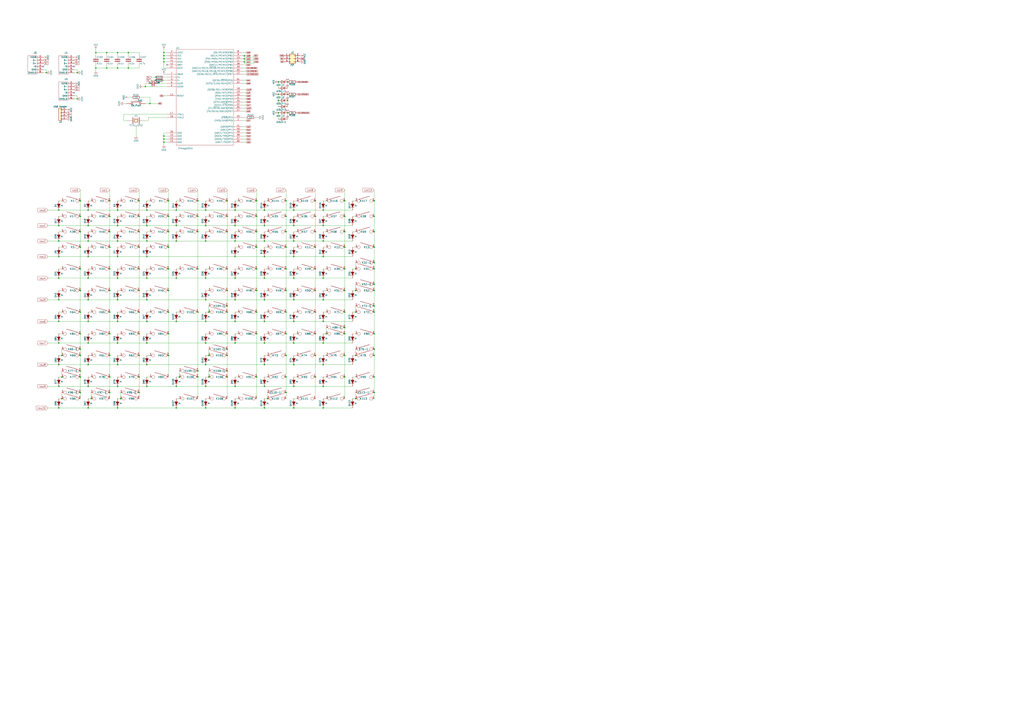
<source format=kicad_sch>
(kicad_sch (version 20200512) (host eeschema "(5.99.0-1789-gecec7192f)")
  (page 1 1)
  (paper "A1")
  (junction (at 38.1 59.69))
  (junction (at 48.26 172.72))
  (junction (at 48.26 185.42))
  (junction (at 48.26 198.12))
  (junction (at 48.26 210.82))
  (junction (at 48.26 228.6))
  (junction (at 48.26 246.38))
  (junction (at 48.26 264.16))
  (junction (at 48.26 281.94))
  (junction (at 48.26 299.72))
  (junction (at 48.26 317.5))
  (junction (at 48.26 335.28))
  (junction (at 50.8 292.1))
  (junction (at 50.8 309.88))
  (junction (at 50.8 327.66))
  (junction (at 63.5 59.69))
  (junction (at 63.5 81.28))
  (junction (at 66.04 165.1))
  (junction (at 66.04 177.8))
  (junction (at 66.04 190.5))
  (junction (at 66.04 203.2))
  (junction (at 66.04 220.98))
  (junction (at 66.04 238.76))
  (junction (at 66.04 256.54))
  (junction (at 66.04 274.32))
  (junction (at 66.04 287.02))
  (junction (at 66.04 292.1))
  (junction (at 66.04 304.8))
  (junction (at 66.04 309.88))
  (junction (at 66.04 322.58))
  (junction (at 72.39 172.72))
  (junction (at 72.39 185.42))
  (junction (at 72.39 198.12))
  (junction (at 72.39 210.82))
  (junction (at 72.39 228.6))
  (junction (at 72.39 246.38))
  (junction (at 72.39 264.16))
  (junction (at 72.39 281.94))
  (junction (at 72.39 299.72))
  (junction (at 72.39 317.5))
  (junction (at 72.39 335.28))
  (junction (at 74.93 327.66))
  (junction (at 78.74 43.18))
  (junction (at 78.74 55.88))
  (junction (at 87.63 43.18))
  (junction (at 87.63 55.88))
  (junction (at 90.17 165.1))
  (junction (at 90.17 177.8))
  (junction (at 90.17 190.5))
  (junction (at 90.17 203.2))
  (junction (at 90.17 220.98))
  (junction (at 90.17 238.76))
  (junction (at 90.17 256.54))
  (junction (at 90.17 274.32))
  (junction (at 90.17 292.1))
  (junction (at 90.17 309.88))
  (junction (at 90.17 322.58))
  (junction (at 96.52 43.18))
  (junction (at 96.52 55.88))
  (junction (at 96.52 172.72))
  (junction (at 96.52 185.42))
  (junction (at 96.52 198.12))
  (junction (at 96.52 210.82))
  (junction (at 96.52 228.6))
  (junction (at 96.52 246.38))
  (junction (at 96.52 264.16))
  (junction (at 96.52 281.94))
  (junction (at 96.52 299.72))
  (junction (at 96.52 317.5))
  (junction (at 96.52 335.28))
  (junction (at 99.06 327.66))
  (junction (at 105.41 43.18))
  (junction (at 105.41 55.88))
  (junction (at 114.3 165.1))
  (junction (at 114.3 177.8))
  (junction (at 114.3 190.5))
  (junction (at 114.3 203.2))
  (junction (at 114.3 220.98))
  (junction (at 114.3 238.76))
  (junction (at 114.3 256.54))
  (junction (at 114.3 274.32))
  (junction (at 114.3 292.1))
  (junction (at 114.3 309.88))
  (junction (at 114.3 322.58))
  (junction (at 119.38 71.12))
  (junction (at 120.65 172.72))
  (junction (at 120.65 185.42))
  (junction (at 120.65 198.12))
  (junction (at 120.65 210.82))
  (junction (at 120.65 228.6))
  (junction (at 120.65 246.38))
  (junction (at 120.65 264.16))
  (junction (at 120.65 281.94))
  (junction (at 120.65 299.72))
  (junction (at 120.65 317.5))
  (junction (at 123.19 85.09))
  (junction (at 134.62 43.18))
  (junction (at 134.62 45.72))
  (junction (at 134.62 48.26))
  (junction (at 134.62 50.8))
  (junction (at 134.62 111.76))
  (junction (at 134.62 114.3))
  (junction (at 134.62 116.84))
  (junction (at 138.43 165.1))
  (junction (at 138.43 177.8))
  (junction (at 138.43 190.5))
  (junction (at 138.43 203.2))
  (junction (at 138.43 220.98))
  (junction (at 138.43 238.76))
  (junction (at 138.43 256.54))
  (junction (at 138.43 274.32))
  (junction (at 138.43 292.1))
  (junction (at 144.78 172.72))
  (junction (at 144.78 185.42))
  (junction (at 144.78 198.12))
  (junction (at 144.78 228.6))
  (junction (at 144.78 264.16))
  (junction (at 144.78 317.5))
  (junction (at 144.78 335.28))
  (junction (at 147.32 309.88))
  (junction (at 162.56 165.1))
  (junction (at 162.56 177.8))
  (junction (at 162.56 190.5))
  (junction (at 162.56 220.98))
  (junction (at 162.56 256.54))
  (junction (at 162.56 304.8))
  (junction (at 162.56 309.88))
  (junction (at 168.91 172.72))
  (junction (at 168.91 185.42))
  (junction (at 168.91 198.12))
  (junction (at 168.91 228.6))
  (junction (at 168.91 246.38))
  (junction (at 168.91 264.16))
  (junction (at 168.91 281.94))
  (junction (at 168.91 299.72))
  (junction (at 168.91 317.5))
  (junction (at 168.91 335.28))
  (junction (at 171.45 256.54))
  (junction (at 171.45 292.1))
  (junction (at 171.45 309.88))
  (junction (at 186.69 165.1))
  (junction (at 186.69 177.8))
  (junction (at 186.69 190.5))
  (junction (at 186.69 220.98))
  (junction (at 186.69 238.76))
  (junction (at 186.69 251.46))
  (junction (at 186.69 256.54))
  (junction (at 186.69 274.32))
  (junction (at 186.69 287.02))
  (junction (at 186.69 292.1))
  (junction (at 186.69 304.8))
  (junction (at 186.69 309.88))
  (junction (at 193.04 172.72))
  (junction (at 193.04 185.42))
  (junction (at 193.04 198.12))
  (junction (at 193.04 210.82))
  (junction (at 193.04 228.6))
  (junction (at 193.04 246.38))
  (junction (at 193.04 264.16))
  (junction (at 193.04 281.94))
  (junction (at 193.04 317.5))
  (junction (at 193.04 335.28))
  (junction (at 200.66 45.72))
  (junction (at 200.66 48.26))
  (junction (at 200.66 50.8))
  (junction (at 210.82 165.1))
  (junction (at 210.82 177.8))
  (junction (at 210.82 190.5))
  (junction (at 210.82 203.2))
  (junction (at 210.82 220.98))
  (junction (at 210.82 238.76))
  (junction (at 210.82 256.54))
  (junction (at 210.82 274.32))
  (junction (at 210.82 309.88))
  (junction (at 217.17 172.72))
  (junction (at 217.17 185.42))
  (junction (at 217.17 198.12))
  (junction (at 217.17 210.82))
  (junction (at 217.17 228.6))
  (junction (at 217.17 246.38))
  (junction (at 217.17 264.16))
  (junction (at 217.17 281.94))
  (junction (at 217.17 299.72))
  (junction (at 217.17 317.5))
  (junction (at 217.17 335.28))
  (junction (at 219.71 327.66))
  (junction (at 228.6 67.31))
  (junction (at 228.6 77.47))
  (junction (at 228.6 82.55))
  (junction (at 228.6 92.71))
  (junction (at 234.95 165.1))
  (junction (at 234.95 177.8))
  (junction (at 234.95 190.5))
  (junction (at 234.95 203.2))
  (junction (at 234.95 220.98))
  (junction (at 234.95 238.76))
  (junction (at 234.95 256.54))
  (junction (at 234.95 274.32))
  (junction (at 234.95 292.1))
  (junction (at 234.95 309.88))
  (junction (at 234.95 322.58))
  (junction (at 236.22 67.31))
  (junction (at 236.22 77.47))
  (junction (at 236.22 82.55))
  (junction (at 236.22 92.71))
  (junction (at 241.3 172.72))
  (junction (at 241.3 185.42))
  (junction (at 241.3 198.12))
  (junction (at 241.3 210.82))
  (junction (at 241.3 228.6))
  (junction (at 241.3 246.38))
  (junction (at 241.3 264.16))
  (junction (at 241.3 281.94))
  (junction (at 241.3 299.72))
  (junction (at 241.3 317.5))
  (junction (at 241.3 335.28))
  (junction (at 259.08 165.1))
  (junction (at 259.08 177.8))
  (junction (at 259.08 190.5))
  (junction (at 259.08 203.2))
  (junction (at 259.08 220.98))
  (junction (at 259.08 238.76))
  (junction (at 259.08 256.54))
  (junction (at 259.08 274.32))
  (junction (at 259.08 292.1))
  (junction (at 259.08 309.88))
  (junction (at 265.43 172.72))
  (junction (at 265.43 185.42))
  (junction (at 265.43 198.12))
  (junction (at 265.43 210.82))
  (junction (at 265.43 228.6))
  (junction (at 265.43 246.38))
  (junction (at 265.43 264.16))
  (junction (at 265.43 281.94))
  (junction (at 265.43 299.72))
  (junction (at 265.43 317.5))
  (junction (at 265.43 335.28))
  (junction (at 267.97 274.32))
  (junction (at 283.21 165.1))
  (junction (at 283.21 177.8))
  (junction (at 283.21 190.5))
  (junction (at 283.21 203.2))
  (junction (at 283.21 220.98))
  (junction (at 283.21 238.76))
  (junction (at 283.21 256.54))
  (junction (at 283.21 269.24))
  (junction (at 283.21 274.32))
  (junction (at 283.21 292.1))
  (junction (at 283.21 309.88))
  (junction (at 292.1 220.98))
  (junction (at 292.1 238.76))
  (junction (at 292.1 256.54))
  (junction (at 292.1 292.1))
  (junction (at 292.1 327.66))
  (junction (at 307.34 165.1))
  (junction (at 307.34 177.8))
  (junction (at 307.34 190.5))
  (junction (at 307.34 203.2))
  (junction (at 307.34 215.9))
  (junction (at 307.34 220.98))
  (junction (at 307.34 233.68))
  (junction (at 307.34 238.76))
  (junction (at 307.34 251.46))
  (junction (at 307.34 256.54))
  (junction (at 307.34 274.32))
  (junction (at 307.34 287.02))
  (junction (at 307.34 292.1))
  (junction (at 307.34 309.88))
  (junction (at 307.34 322.58))
  (no_connect (at 35.56 54.61))
  (no_connect (at 60.96 54.61))
  (no_connect (at 137.16 53.34))
  (no_connect (at 60.96 76.2))
  (wire (pts (xy 35.56 57.15) (xy 38.1 57.15)))
  (wire (pts (xy 38.1 57.15) (xy 38.1 59.69)))
  (wire (pts (xy 38.1 59.69) (xy 35.56 59.69)))
  (wire (pts (xy 39.37 172.72) (xy 48.26 172.72)))
  (wire (pts (xy 39.37 246.38) (xy 48.26 246.38)))
  (wire (pts (xy 39.37 264.16) (xy 48.26 264.16)))
  (wire (pts (xy 39.37 281.94) (xy 48.26 281.94)))
  (wire (pts (xy 39.37 299.72) (xy 48.26 299.72)))
  (wire (pts (xy 39.37 335.28) (xy 48.26 335.28)))
  (wire (pts (xy 48.26 172.72) (xy 72.39 172.72)))
  (wire (pts (xy 48.26 185.42) (xy 39.37 185.42)))
  (wire (pts (xy 48.26 198.12) (xy 39.37 198.12)))
  (wire (pts (xy 48.26 210.82) (xy 39.37 210.82)))
  (wire (pts (xy 48.26 210.82) (xy 72.39 210.82)))
  (wire (pts (xy 48.26 228.6) (xy 39.37 228.6)))
  (wire (pts (xy 48.26 317.5) (xy 39.37 317.5)))
  (wire (pts (xy 48.26 317.5) (xy 72.39 317.5)))
  (wire (pts (xy 48.26 335.28) (xy 72.39 335.28)))
  (wire (pts (xy 50.8 165.1) (xy 48.26 165.1)))
  (wire (pts (xy 50.8 177.8) (xy 48.26 177.8)))
  (wire (pts (xy 50.8 190.5) (xy 48.26 190.5)))
  (wire (pts (xy 50.8 203.2) (xy 48.26 203.2)))
  (wire (pts (xy 50.8 220.98) (xy 48.26 220.98)))
  (wire (pts (xy 50.8 238.76) (xy 48.26 238.76)))
  (wire (pts (xy 50.8 256.54) (xy 48.26 256.54)))
  (wire (pts (xy 50.8 274.32) (xy 48.26 274.32)))
  (wire (pts (xy 50.8 287.02) (xy 50.8 292.1)))
  (wire (pts (xy 50.8 292.1) (xy 48.26 292.1)))
  (wire (pts (xy 50.8 304.8) (xy 50.8 309.88)))
  (wire (pts (xy 50.8 309.88) (xy 48.26 309.88)))
  (wire (pts (xy 50.8 322.58) (xy 50.8 327.66)))
  (wire (pts (xy 50.8 327.66) (xy 48.26 327.66)))
  (wire (pts (xy 60.96 57.15) (xy 63.5 57.15)))
  (wire (pts (xy 60.96 78.74) (xy 63.5 78.74)))
  (wire (pts (xy 63.5 57.15) (xy 63.5 59.69)))
  (wire (pts (xy 63.5 59.69) (xy 60.96 59.69)))
  (wire (pts (xy 63.5 78.74) (xy 63.5 81.28)))
  (wire (pts (xy 63.5 81.28) (xy 60.96 81.28)))
  (wire (pts (xy 66.04 156.21) (xy 66.04 165.1)))
  (wire (pts (xy 66.04 165.1) (xy 66.04 177.8)))
  (wire (pts (xy 66.04 177.8) (xy 66.04 190.5)))
  (wire (pts (xy 66.04 190.5) (xy 66.04 203.2)))
  (wire (pts (xy 66.04 203.2) (xy 66.04 220.98)))
  (wire (pts (xy 66.04 220.98) (xy 66.04 238.76)))
  (wire (pts (xy 66.04 238.76) (xy 66.04 256.54)))
  (wire (pts (xy 66.04 256.54) (xy 66.04 274.32)))
  (wire (pts (xy 66.04 274.32) (xy 66.04 287.02)))
  (wire (pts (xy 66.04 287.02) (xy 66.04 292.1)))
  (wire (pts (xy 66.04 292.1) (xy 66.04 304.8)))
  (wire (pts (xy 66.04 304.8) (xy 66.04 309.88)))
  (wire (pts (xy 66.04 309.88) (xy 66.04 322.58)))
  (wire (pts (xy 66.04 322.58) (xy 66.04 327.66)))
  (wire (pts (xy 72.39 172.72) (xy 96.52 172.72)))
  (wire (pts (xy 72.39 185.42) (xy 48.26 185.42)))
  (wire (pts (xy 72.39 198.12) (xy 48.26 198.12)))
  (wire (pts (xy 72.39 210.82) (xy 96.52 210.82)))
  (wire (pts (xy 72.39 228.6) (xy 48.26 228.6)))
  (wire (pts (xy 72.39 246.38) (xy 48.26 246.38)))
  (wire (pts (xy 72.39 246.38) (xy 96.52 246.38)))
  (wire (pts (xy 72.39 264.16) (xy 48.26 264.16)))
  (wire (pts (xy 72.39 281.94) (xy 48.26 281.94)))
  (wire (pts (xy 72.39 299.72) (xy 48.26 299.72)))
  (wire (pts (xy 72.39 335.28) (xy 96.52 335.28)))
  (wire (pts (xy 74.93 165.1) (xy 72.39 165.1)))
  (wire (pts (xy 74.93 177.8) (xy 72.39 177.8)))
  (wire (pts (xy 74.93 190.5) (xy 72.39 190.5)))
  (wire (pts (xy 74.93 203.2) (xy 72.39 203.2)))
  (wire (pts (xy 74.93 220.98) (xy 72.39 220.98)))
  (wire (pts (xy 74.93 238.76) (xy 72.39 238.76)))
  (wire (pts (xy 74.93 256.54) (xy 72.39 256.54)))
  (wire (pts (xy 74.93 274.32) (xy 72.39 274.32)))
  (wire (pts (xy 74.93 292.1) (xy 72.39 292.1)))
  (wire (pts (xy 74.93 309.88) (xy 72.39 309.88)))
  (wire (pts (xy 74.93 322.58) (xy 74.93 327.66)))
  (wire (pts (xy 74.93 327.66) (xy 72.39 327.66)))
  (wire (pts (xy 78.74 40.64) (xy 78.74 43.18)))
  (wire (pts (xy 78.74 43.18) (xy 78.74 45.72)))
  (wire (pts (xy 78.74 43.18) (xy 87.63 43.18)))
  (wire (pts (xy 78.74 53.34) (xy 78.74 55.88)))
  (wire (pts (xy 78.74 55.88) (xy 78.74 58.42)))
  (wire (pts (xy 78.74 55.88) (xy 87.63 55.88)))
  (wire (pts (xy 87.63 43.18) (xy 87.63 45.72)))
  (wire (pts (xy 87.63 43.18) (xy 96.52 43.18)))
  (wire (pts (xy 87.63 53.34) (xy 87.63 55.88)))
  (wire (pts (xy 87.63 55.88) (xy 96.52 55.88)))
  (wire (pts (xy 90.17 156.21) (xy 90.17 165.1)))
  (wire (pts (xy 90.17 165.1) (xy 90.17 177.8)))
  (wire (pts (xy 90.17 177.8) (xy 90.17 190.5)))
  (wire (pts (xy 90.17 190.5) (xy 90.17 203.2)))
  (wire (pts (xy 90.17 203.2) (xy 90.17 220.98)))
  (wire (pts (xy 90.17 220.98) (xy 90.17 238.76)))
  (wire (pts (xy 90.17 238.76) (xy 90.17 256.54)))
  (wire (pts (xy 90.17 256.54) (xy 90.17 274.32)))
  (wire (pts (xy 90.17 274.32) (xy 90.17 292.1)))
  (wire (pts (xy 90.17 292.1) (xy 90.17 309.88)))
  (wire (pts (xy 90.17 309.88) (xy 90.17 322.58)))
  (wire (pts (xy 90.17 322.58) (xy 90.17 327.66)))
  (wire (pts (xy 96.52 43.18) (xy 96.52 45.72)))
  (wire (pts (xy 96.52 43.18) (xy 105.41 43.18)))
  (wire (pts (xy 96.52 55.88) (xy 96.52 53.34)))
  (wire (pts (xy 96.52 55.88) (xy 105.41 55.88)))
  (wire (pts (xy 96.52 172.72) (xy 120.65 172.72)))
  (wire (pts (xy 96.52 185.42) (xy 72.39 185.42)))
  (wire (pts (xy 96.52 198.12) (xy 72.39 198.12)))
  (wire (pts (xy 96.52 210.82) (xy 120.65 210.82)))
  (wire (pts (xy 96.52 228.6) (xy 72.39 228.6)))
  (wire (pts (xy 96.52 228.6) (xy 120.65 228.6)))
  (wire (pts (xy 96.52 246.38) (xy 120.65 246.38)))
  (wire (pts (xy 96.52 264.16) (xy 72.39 264.16)))
  (wire (pts (xy 96.52 281.94) (xy 72.39 281.94)))
  (wire (pts (xy 96.52 299.72) (xy 72.39 299.72)))
  (wire (pts (xy 96.52 317.5) (xy 72.39 317.5)))
  (wire (pts (xy 96.52 335.28) (xy 144.78 335.28)))
  (wire (pts (xy 99.06 165.1) (xy 96.52 165.1)))
  (wire (pts (xy 99.06 177.8) (xy 96.52 177.8)))
  (wire (pts (xy 99.06 190.5) (xy 96.52 190.5)))
  (wire (pts (xy 99.06 203.2) (xy 96.52 203.2)))
  (wire (pts (xy 99.06 220.98) (xy 96.52 220.98)))
  (wire (pts (xy 99.06 238.76) (xy 96.52 238.76)))
  (wire (pts (xy 99.06 256.54) (xy 96.52 256.54)))
  (wire (pts (xy 99.06 274.32) (xy 96.52 274.32)))
  (wire (pts (xy 99.06 292.1) (xy 96.52 292.1)))
  (wire (pts (xy 99.06 309.88) (xy 96.52 309.88)))
  (wire (pts (xy 99.06 322.58) (xy 99.06 327.66)))
  (wire (pts (xy 99.06 327.66) (xy 96.52 327.66)))
  (wire (pts (xy 101.6 93.98) (xy 101.6 99.06)))
  (wire (pts (xy 101.6 93.98) (xy 137.16 93.98)))
  (wire (pts (xy 104.14 85.09) (xy 101.6 85.09)))
  (wire (pts (xy 104.14 99.06) (xy 101.6 99.06)))
  (wire (pts (xy 105.41 43.18) (xy 105.41 45.72)))
  (wire (pts (xy 105.41 43.18) (xy 114.3 43.18)))
  (wire (pts (xy 105.41 55.88) (xy 105.41 53.34)))
  (wire (pts (xy 105.41 55.88) (xy 114.3 55.88)))
  (wire (pts (xy 105.41 80.01) (xy 107.95 80.01)))
  (wire (pts (xy 111.76 104.14) (xy 111.76 111.76)))
  (wire (pts (xy 114.3 43.18) (xy 114.3 45.72)))
  (wire (pts (xy 114.3 55.88) (xy 114.3 53.34)))
  (wire (pts (xy 114.3 156.21) (xy 114.3 165.1)))
  (wire (pts (xy 114.3 165.1) (xy 114.3 177.8)))
  (wire (pts (xy 114.3 177.8) (xy 114.3 190.5)))
  (wire (pts (xy 114.3 190.5) (xy 114.3 203.2)))
  (wire (pts (xy 114.3 203.2) (xy 114.3 220.98)))
  (wire (pts (xy 114.3 220.98) (xy 114.3 238.76)))
  (wire (pts (xy 114.3 238.76) (xy 114.3 256.54)))
  (wire (pts (xy 114.3 256.54) (xy 114.3 274.32)))
  (wire (pts (xy 114.3 274.32) (xy 114.3 292.1)))
  (wire (pts (xy 114.3 292.1) (xy 114.3 309.88)))
  (wire (pts (xy 114.3 309.88) (xy 114.3 322.58)))
  (wire (pts (xy 114.3 322.58) (xy 114.3 327.66)))
  (wire (pts (xy 115.57 80.01) (xy 123.19 80.01)))
  (wire (pts (xy 116.84 71.12) (xy 119.38 71.12)))
  (wire (pts (xy 119.38 68.58) (xy 119.38 71.12)))
  (wire (pts (xy 119.38 71.12) (xy 137.16 71.12)))
  (wire (pts (xy 119.38 85.09) (xy 123.19 85.09)))
  (wire (pts (xy 120.65 185.42) (xy 96.52 185.42)))
  (wire (pts (xy 120.65 198.12) (xy 96.52 198.12)))
  (wire (pts (xy 120.65 210.82) (xy 193.04 210.82)))
  (wire (pts (xy 120.65 228.6) (xy 144.78 228.6)))
  (wire (pts (xy 120.65 246.38) (xy 168.91 246.38)))
  (wire (pts (xy 120.65 264.16) (xy 96.52 264.16)))
  (wire (pts (xy 120.65 264.16) (xy 144.78 264.16)))
  (wire (pts (xy 120.65 281.94) (xy 96.52 281.94)))
  (wire (pts (xy 120.65 281.94) (xy 168.91 281.94)))
  (wire (pts (xy 120.65 299.72) (xy 96.52 299.72)))
  (wire (pts (xy 120.65 299.72) (xy 168.91 299.72)))
  (wire (pts (xy 120.65 317.5) (xy 96.52 317.5)))
  (wire (pts (xy 121.92 68.58) (xy 119.38 68.58)))
  (wire (pts (xy 121.92 96.52) (xy 121.92 99.06)))
  (wire (pts (xy 121.92 99.06) (xy 119.38 99.06)))
  (wire (pts (xy 123.19 80.01) (xy 123.19 85.09)))
  (wire (pts (xy 123.19 85.09) (xy 129.54 85.09)))
  (wire (pts (xy 123.19 165.1) (xy 120.65 165.1)))
  (wire (pts (xy 123.19 177.8) (xy 120.65 177.8)))
  (wire (pts (xy 123.19 190.5) (xy 120.65 190.5)))
  (wire (pts (xy 123.19 203.2) (xy 120.65 203.2)))
  (wire (pts (xy 123.19 220.98) (xy 120.65 220.98)))
  (wire (pts (xy 123.19 238.76) (xy 120.65 238.76)))
  (wire (pts (xy 123.19 256.54) (xy 120.65 256.54)))
  (wire (pts (xy 123.19 274.32) (xy 120.65 274.32)))
  (wire (pts (xy 123.19 292.1) (xy 120.65 292.1)))
  (wire (pts (xy 123.19 309.88) (xy 120.65 309.88)))
  (wire (pts (xy 124.46 63.5) (xy 127 63.5)))
  (wire (pts (xy 124.46 66.04) (xy 127 66.04)))
  (wire (pts (xy 129.54 68.58) (xy 137.16 68.58)))
  (wire (pts (xy 134.62 40.64) (xy 134.62 43.18)))
  (wire (pts (xy 134.62 43.18) (xy 134.62 45.72)))
  (wire (pts (xy 134.62 45.72) (xy 134.62 48.26)))
  (wire (pts (xy 134.62 48.26) (xy 134.62 50.8)))
  (wire (pts (xy 134.62 50.8) (xy 134.62 55.88)))
  (wire (pts (xy 134.62 55.88) (xy 137.16 55.88)))
  (wire (pts (xy 134.62 60.96) (xy 137.16 60.96)))
  (wire (pts (xy 134.62 63.5) (xy 137.16 63.5)))
  (wire (pts (xy 134.62 78.74) (xy 137.16 78.74)))
  (wire (pts (xy 134.62 109.22) (xy 134.62 111.76)))
  (wire (pts (xy 134.62 111.76) (xy 134.62 114.3)))
  (wire (pts (xy 134.62 111.76) (xy 137.16 111.76)))
  (wire (pts (xy 134.62 114.3) (xy 134.62 116.84)))
  (wire (pts (xy 134.62 114.3) (xy 137.16 114.3)))
  (wire (pts (xy 134.62 116.84) (xy 134.62 119.38)))
  (wire (pts (xy 137.16 43.18) (xy 134.62 43.18)))
  (wire (pts (xy 137.16 45.72) (xy 134.62 45.72)))
  (wire (pts (xy 137.16 48.26) (xy 134.62 48.26)))
  (wire (pts (xy 137.16 50.8) (xy 134.62 50.8)))
  (wire (pts (xy 137.16 66.04) (xy 134.62 66.04)))
  (wire (pts (xy 137.16 96.52) (xy 121.92 96.52)))
  (wire (pts (xy 137.16 109.22) (xy 134.62 109.22)))
  (wire (pts (xy 137.16 116.84) (xy 134.62 116.84)))
  (wire (pts (xy 138.43 165.1) (xy 138.43 156.21)))
  (wire (pts (xy 138.43 177.8) (xy 138.43 165.1)))
  (wire (pts (xy 138.43 190.5) (xy 138.43 177.8)))
  (wire (pts (xy 138.43 203.2) (xy 138.43 190.5)))
  (wire (pts (xy 138.43 220.98) (xy 138.43 203.2)))
  (wire (pts (xy 138.43 238.76) (xy 138.43 220.98)))
  (wire (pts (xy 138.43 256.54) (xy 138.43 238.76)))
  (wire (pts (xy 138.43 274.32) (xy 138.43 256.54)))
  (wire (pts (xy 138.43 292.1) (xy 138.43 274.32)))
  (wire (pts (xy 138.43 309.88) (xy 138.43 292.1)))
  (wire (pts (xy 144.78 172.72) (xy 120.65 172.72)))
  (wire (pts (xy 144.78 185.42) (xy 120.65 185.42)))
  (wire (pts (xy 144.78 185.42) (xy 168.91 185.42)))
  (wire (pts (xy 144.78 198.12) (xy 120.65 198.12)))
  (wire (pts (xy 144.78 198.12) (xy 168.91 198.12)))
  (wire (pts (xy 144.78 228.6) (xy 168.91 228.6)))
  (wire (pts (xy 144.78 317.5) (xy 120.65 317.5)))
  (wire (pts (xy 147.32 165.1) (xy 144.78 165.1)))
  (wire (pts (xy 147.32 177.8) (xy 144.78 177.8)))
  (wire (pts (xy 147.32 190.5) (xy 144.78 190.5)))
  (wire (pts (xy 147.32 220.98) (xy 144.78 220.98)))
  (wire (pts (xy 147.32 256.54) (xy 144.78 256.54)))
  (wire (pts (xy 147.32 304.8) (xy 147.32 309.88)))
  (wire (pts (xy 147.32 309.88) (xy 144.78 309.88)))
  (wire (pts (xy 147.32 327.66) (xy 144.78 327.66)))
  (wire (pts (xy 162.56 156.21) (xy 162.56 165.1)))
  (wire (pts (xy 162.56 165.1) (xy 162.56 177.8)))
  (wire (pts (xy 162.56 177.8) (xy 162.56 190.5)))
  (wire (pts (xy 162.56 190.5) (xy 162.56 220.98)))
  (wire (pts (xy 162.56 220.98) (xy 162.56 256.54)))
  (wire (pts (xy 162.56 256.54) (xy 162.56 304.8)))
  (wire (pts (xy 162.56 304.8) (xy 162.56 309.88)))
  (wire (pts (xy 162.56 309.88) (xy 162.56 327.66)))
  (wire (pts (xy 168.91 172.72) (xy 144.78 172.72)))
  (wire (pts (xy 168.91 198.12) (xy 193.04 198.12)))
  (wire (pts (xy 168.91 228.6) (xy 193.04 228.6)))
  (wire (pts (xy 168.91 246.38) (xy 193.04 246.38)))
  (wire (pts (xy 168.91 264.16) (xy 144.78 264.16)))
  (wire (pts (xy 168.91 299.72) (xy 217.17 299.72)))
  (wire (pts (xy 168.91 317.5) (xy 144.78 317.5)))
  (wire (pts (xy 168.91 335.28) (xy 144.78 335.28)))
  (wire (pts (xy 171.45 165.1) (xy 168.91 165.1)))
  (wire (pts (xy 171.45 177.8) (xy 168.91 177.8)))
  (wire (pts (xy 171.45 190.5) (xy 168.91 190.5)))
  (wire (pts (xy 171.45 220.98) (xy 168.91 220.98)))
  (wire (pts (xy 171.45 238.76) (xy 168.91 238.76)))
  (wire (pts (xy 171.45 251.46) (xy 171.45 256.54)))
  (wire (pts (xy 171.45 256.54) (xy 168.91 256.54)))
  (wire (pts (xy 171.45 274.32) (xy 168.91 274.32)))
  (wire (pts (xy 171.45 292.1) (xy 168.91 292.1)))
  (wire (pts (xy 171.45 292.1) (xy 171.45 287.02)))
  (wire (pts (xy 171.45 304.8) (xy 171.45 309.88)))
  (wire (pts (xy 171.45 309.88) (xy 168.91 309.88)))
  (wire (pts (xy 171.45 327.66) (xy 168.91 327.66)))
  (wire (pts (xy 186.69 156.21) (xy 186.69 165.1)))
  (wire (pts (xy 186.69 165.1) (xy 186.69 177.8)))
  (wire (pts (xy 186.69 177.8) (xy 186.69 190.5)))
  (wire (pts (xy 186.69 190.5) (xy 186.69 220.98)))
  (wire (pts (xy 186.69 220.98) (xy 186.69 238.76)))
  (wire (pts (xy 186.69 238.76) (xy 186.69 251.46)))
  (wire (pts (xy 186.69 251.46) (xy 186.69 256.54)))
  (wire (pts (xy 186.69 256.54) (xy 186.69 274.32)))
  (wire (pts (xy 186.69 274.32) (xy 186.69 287.02)))
  (wire (pts (xy 186.69 287.02) (xy 186.69 292.1)))
  (wire (pts (xy 186.69 292.1) (xy 186.69 304.8)))
  (wire (pts (xy 186.69 304.8) (xy 186.69 309.88)))
  (wire (pts (xy 186.69 309.88) (xy 186.69 327.66)))
  (wire (pts (xy 193.04 172.72) (xy 168.91 172.72)))
  (wire (pts (xy 193.04 185.42) (xy 168.91 185.42)))
  (wire (pts (xy 193.04 198.12) (xy 217.17 198.12)))
  (wire (pts (xy 193.04 210.82) (xy 217.17 210.82)))
  (wire (pts (xy 193.04 228.6) (xy 217.17 228.6)))
  (wire (pts (xy 193.04 246.38) (xy 217.17 246.38)))
  (wire (pts (xy 193.04 264.16) (xy 168.91 264.16)))
  (wire (pts (xy 193.04 264.16) (xy 217.17 264.16)))
  (wire (pts (xy 193.04 281.94) (xy 168.91 281.94)))
  (wire (pts (xy 193.04 317.5) (xy 168.91 317.5)))
  (wire (pts (xy 193.04 317.5) (xy 217.17 317.5)))
  (wire (pts (xy 193.04 335.28) (xy 168.91 335.28)))
  (wire (pts (xy 195.58 165.1) (xy 193.04 165.1)))
  (wire (pts (xy 195.58 177.8) (xy 193.04 177.8)))
  (wire (pts (xy 195.58 190.5) (xy 193.04 190.5)))
  (wire (pts (xy 195.58 203.2) (xy 193.04 203.2)))
  (wire (pts (xy 195.58 220.98) (xy 193.04 220.98)))
  (wire (pts (xy 195.58 238.76) (xy 193.04 238.76)))
  (wire (pts (xy 195.58 256.54) (xy 193.04 256.54)))
  (wire (pts (xy 195.58 274.32) (xy 193.04 274.32)))
  (wire (pts (xy 195.58 309.88) (xy 193.04 309.88)))
  (wire (pts (xy 195.58 327.66) (xy 193.04 327.66)))
  (wire (pts (xy 199.39 43.18) (xy 201.93 43.18)))
  (wire (pts (xy 199.39 55.88) (xy 201.93 55.88)))
  (wire (pts (xy 199.39 58.42) (xy 201.93 58.42)))
  (wire (pts (xy 199.39 60.96) (xy 201.93 60.96)))
  (wire (pts (xy 199.39 66.04) (xy 201.93 66.04)))
  (wire (pts (xy 199.39 68.58) (xy 201.93 68.58)))
  (wire (pts (xy 199.39 73.66) (xy 201.93 73.66)))
  (wire (pts (xy 199.39 76.2) (xy 201.93 76.2)))
  (wire (pts (xy 199.39 78.74) (xy 201.93 78.74)))
  (wire (pts (xy 199.39 81.28) (xy 201.93 81.28)))
  (wire (pts (xy 199.39 83.82) (xy 201.93 83.82)))
  (wire (pts (xy 199.39 86.36) (xy 201.93 86.36)))
  (wire (pts (xy 199.39 88.9) (xy 201.93 88.9)))
  (wire (pts (xy 199.39 91.44) (xy 201.93 91.44)))
  (wire (pts (xy 199.39 99.06) (xy 201.93 99.06)))
  (wire (pts (xy 199.39 104.14) (xy 201.93 104.14)))
  (wire (pts (xy 199.39 109.22) (xy 201.93 109.22)))
  (wire (pts (xy 199.39 111.76) (xy 201.93 111.76)))
  (wire (pts (xy 199.39 114.3) (xy 201.93 114.3)))
  (wire (pts (xy 199.39 116.84) (xy 201.93 116.84)))
  (wire (pts (xy 200.66 45.72) (xy 199.39 45.72)))
  (wire (pts (xy 200.66 45.72) (xy 200.66 46.99)))
  (wire (pts (xy 200.66 46.99) (xy 208.28 46.99)))
  (wire (pts (xy 200.66 48.26) (xy 199.39 48.26)))
  (wire (pts (xy 200.66 48.26) (xy 200.66 49.53)))
  (wire (pts (xy 200.66 49.53) (xy 208.28 49.53)))
  (wire (pts (xy 200.66 50.8) (xy 199.39 50.8)))
  (wire (pts (xy 200.66 50.8) (xy 200.66 52.07)))
  (wire (pts (xy 200.66 52.07) (xy 208.28 52.07)))
  (wire (pts (xy 201.93 45.72) (xy 200.66 45.72)))
  (wire (pts (xy 201.93 48.26) (xy 200.66 48.26)))
  (wire (pts (xy 201.93 50.8) (xy 200.66 50.8)))
  (wire (pts (xy 201.93 53.34) (xy 199.39 53.34)))
  (wire (pts (xy 201.93 96.52) (xy 199.39 96.52)))
  (wire (pts (xy 201.93 106.68) (xy 199.39 106.68)))
  (wire (pts (xy 208.28 46.99) (xy 208.28 45.72)))
  (wire (pts (xy 208.28 49.53) (xy 208.28 48.26)))
  (wire (pts (xy 208.28 52.07) (xy 208.28 50.8)))
  (wire (pts (xy 209.55 96.52) (xy 212.09 96.52)))
  (wire (pts (xy 210.82 156.21) (xy 210.82 165.1)))
  (wire (pts (xy 210.82 165.1) (xy 210.82 177.8)))
  (wire (pts (xy 210.82 177.8) (xy 210.82 190.5)))
  (wire (pts (xy 210.82 190.5) (xy 210.82 203.2)))
  (wire (pts (xy 210.82 203.2) (xy 210.82 220.98)))
  (wire (pts (xy 210.82 220.98) (xy 210.82 238.76)))
  (wire (pts (xy 210.82 238.76) (xy 210.82 256.54)))
  (wire (pts (xy 210.82 256.54) (xy 210.82 274.32)))
  (wire (pts (xy 210.82 274.32) (xy 210.82 309.88)))
  (wire (pts (xy 210.82 309.88) (xy 210.82 327.66)))
  (wire (pts (xy 217.17 172.72) (xy 193.04 172.72)))
  (wire (pts (xy 217.17 172.72) (xy 241.3 172.72)))
  (wire (pts (xy 217.17 185.42) (xy 193.04 185.42)))
  (wire (pts (xy 217.17 210.82) (xy 241.3 210.82)))
  (wire (pts (xy 217.17 228.6) (xy 241.3 228.6)))
  (wire (pts (xy 217.17 246.38) (xy 241.3 246.38)))
  (wire (pts (xy 217.17 264.16) (xy 241.3 264.16)))
  (wire (pts (xy 217.17 281.94) (xy 193.04 281.94)))
  (wire (pts (xy 217.17 299.72) (xy 241.3 299.72)))
  (wire (pts (xy 217.17 317.5) (xy 241.3 317.5)))
  (wire (pts (xy 217.17 335.28) (xy 193.04 335.28)))
  (wire (pts (xy 219.71 165.1) (xy 217.17 165.1)))
  (wire (pts (xy 219.71 177.8) (xy 217.17 177.8)))
  (wire (pts (xy 219.71 190.5) (xy 217.17 190.5)))
  (wire (pts (xy 219.71 203.2) (xy 217.17 203.2)))
  (wire (pts (xy 219.71 220.98) (xy 217.17 220.98)))
  (wire (pts (xy 219.71 238.76) (xy 217.17 238.76)))
  (wire (pts (xy 219.71 256.54) (xy 217.17 256.54)))
  (wire (pts (xy 219.71 274.32) (xy 217.17 274.32)))
  (wire (pts (xy 219.71 292.1) (xy 217.17 292.1)))
  (wire (pts (xy 219.71 309.88) (xy 217.17 309.88)))
  (wire (pts (xy 219.71 322.58) (xy 219.71 327.66)))
  (wire (pts (xy 219.71 327.66) (xy 217.17 327.66)))
  (wire (pts (xy 228.6 72.39) (xy 228.6 67.31)))
  (wire (pts (xy 228.6 82.55) (xy 228.6 77.47)))
  (wire (pts (xy 228.6 87.63) (xy 228.6 82.55)))
  (wire (pts (xy 228.6 97.79) (xy 228.6 92.71)))
  (wire (pts (xy 234.95 156.21) (xy 234.95 165.1)))
  (wire (pts (xy 234.95 165.1) (xy 234.95 177.8)))
  (wire (pts (xy 234.95 177.8) (xy 234.95 190.5)))
  (wire (pts (xy 234.95 190.5) (xy 234.95 203.2)))
  (wire (pts (xy 234.95 203.2) (xy 234.95 220.98)))
  (wire (pts (xy 234.95 220.98) (xy 234.95 238.76)))
  (wire (pts (xy 234.95 238.76) (xy 234.95 256.54)))
  (wire (pts (xy 234.95 256.54) (xy 234.95 274.32)))
  (wire (pts (xy 234.95 274.32) (xy 234.95 292.1)))
  (wire (pts (xy 234.95 292.1) (xy 234.95 309.88)))
  (wire (pts (xy 234.95 309.88) (xy 234.95 322.58)))
  (wire (pts (xy 234.95 322.58) (xy 234.95 327.66)))
  (wire (pts (xy 236.22 72.39) (xy 236.22 67.31)))
  (wire (pts (xy 236.22 77.47) (xy 236.22 82.55)))
  (wire (pts (xy 236.22 82.55) (xy 236.22 87.63)))
  (wire (pts (xy 236.22 97.79) (xy 236.22 92.71)))
  (wire (pts (xy 241.3 172.72) (xy 265.43 172.72)))
  (wire (pts (xy 241.3 185.42) (xy 217.17 185.42)))
  (wire (pts (xy 241.3 198.12) (xy 217.17 198.12)))
  (wire (pts (xy 241.3 210.82) (xy 265.43 210.82)))
  (wire (pts (xy 241.3 228.6) (xy 265.43 228.6)))
  (wire (pts (xy 241.3 246.38) (xy 265.43 246.38)))
  (wire (pts (xy 241.3 264.16) (xy 265.43 264.16)))
  (wire (pts (xy 241.3 281.94) (xy 217.17 281.94)))
  (wire (pts (xy 241.3 281.94) (xy 265.43 281.94)))
  (wire (pts (xy 241.3 299.72) (xy 265.43 299.72)))
  (wire (pts (xy 241.3 317.5) (xy 265.43 317.5)))
  (wire (pts (xy 241.3 335.28) (xy 217.17 335.28)))
  (wire (pts (xy 241.3 335.28) (xy 265.43 335.28)))
  (wire (pts (xy 243.84 165.1) (xy 241.3 165.1)))
  (wire (pts (xy 243.84 177.8) (xy 241.3 177.8)))
  (wire (pts (xy 243.84 190.5) (xy 241.3 190.5)))
  (wire (pts (xy 243.84 203.2) (xy 241.3 203.2)))
  (wire (pts (xy 243.84 220.98) (xy 241.3 220.98)))
  (wire (pts (xy 243.84 238.76) (xy 241.3 238.76)))
  (wire (pts (xy 243.84 256.54) (xy 241.3 256.54)))
  (wire (pts (xy 243.84 274.32) (xy 241.3 274.32)))
  (wire (pts (xy 243.84 292.1) (xy 241.3 292.1)))
  (wire (pts (xy 243.84 309.88) (xy 241.3 309.88)))
  (wire (pts (xy 243.84 327.66) (xy 241.3 327.66)))
  (wire (pts (xy 259.08 156.21) (xy 259.08 165.1)))
  (wire (pts (xy 259.08 165.1) (xy 259.08 177.8)))
  (wire (pts (xy 259.08 177.8) (xy 259.08 190.5)))
  (wire (pts (xy 259.08 190.5) (xy 259.08 203.2)))
  (wire (pts (xy 259.08 203.2) (xy 259.08 220.98)))
  (wire (pts (xy 259.08 220.98) (xy 259.08 238.76)))
  (wire (pts (xy 259.08 238.76) (xy 259.08 256.54)))
  (wire (pts (xy 259.08 256.54) (xy 259.08 274.32)))
  (wire (pts (xy 259.08 274.32) (xy 259.08 292.1)))
  (wire (pts (xy 259.08 292.1) (xy 259.08 309.88)))
  (wire (pts (xy 259.08 309.88) (xy 259.08 327.66)))
  (wire (pts (xy 265.43 172.72) (xy 289.56 172.72)))
  (wire (pts (xy 265.43 185.42) (xy 241.3 185.42)))
  (wire (pts (xy 265.43 198.12) (xy 241.3 198.12)))
  (wire (pts (xy 265.43 228.6) (xy 289.56 228.6)))
  (wire (pts (xy 265.43 246.38) (xy 289.56 246.38)))
  (wire (pts (xy 265.43 264.16) (xy 289.56 264.16)))
  (wire (pts (xy 265.43 281.94) (xy 289.56 281.94)))
  (wire (pts (xy 265.43 299.72) (xy 289.56 299.72)))
  (wire (pts (xy 265.43 317.5) (xy 289.56 317.5)))
  (wire (pts (xy 265.43 335.28) (xy 289.56 335.28)))
  (wire (pts (xy 267.97 165.1) (xy 265.43 165.1)))
  (wire (pts (xy 267.97 177.8) (xy 265.43 177.8)))
  (wire (pts (xy 267.97 190.5) (xy 265.43 190.5)))
  (wire (pts (xy 267.97 203.2) (xy 265.43 203.2)))
  (wire (pts (xy 267.97 220.98) (xy 265.43 220.98)))
  (wire (pts (xy 267.97 238.76) (xy 265.43 238.76)))
  (wire (pts (xy 267.97 256.54) (xy 265.43 256.54)))
  (wire (pts (xy 267.97 269.24) (xy 267.97 274.32)))
  (wire (pts (xy 267.97 274.32) (xy 265.43 274.32)))
  (wire (pts (xy 267.97 292.1) (xy 265.43 292.1)))
  (wire (pts (xy 267.97 309.88) (xy 265.43 309.88)))
  (wire (pts (xy 267.97 327.66) (xy 265.43 327.66)))
  (wire (pts (xy 283.21 156.21) (xy 283.21 165.1)))
  (wire (pts (xy 283.21 165.1) (xy 283.21 177.8)))
  (wire (pts (xy 283.21 177.8) (xy 283.21 190.5)))
  (wire (pts (xy 283.21 190.5) (xy 283.21 203.2)))
  (wire (pts (xy 283.21 203.2) (xy 283.21 220.98)))
  (wire (pts (xy 283.21 220.98) (xy 283.21 238.76)))
  (wire (pts (xy 283.21 238.76) (xy 283.21 256.54)))
  (wire (pts (xy 283.21 256.54) (xy 283.21 269.24)))
  (wire (pts (xy 283.21 269.24) (xy 283.21 274.32)))
  (wire (pts (xy 283.21 274.32) (xy 283.21 292.1)))
  (wire (pts (xy 283.21 292.1) (xy 283.21 309.88)))
  (wire (pts (xy 283.21 309.88) (xy 283.21 327.66)))
  (wire (pts (xy 289.56 185.42) (xy 265.43 185.42)))
  (wire (pts (xy 289.56 198.12) (xy 265.43 198.12)))
  (wire (pts (xy 289.56 210.82) (xy 265.43 210.82)))
  (wire (pts (xy 292.1 165.1) (xy 289.56 165.1)))
  (wire (pts (xy 292.1 177.8) (xy 289.56 177.8)))
  (wire (pts (xy 292.1 190.5) (xy 289.56 190.5)))
  (wire (pts (xy 292.1 203.2) (xy 289.56 203.2)))
  (wire (pts (xy 292.1 215.9) (xy 292.1 220.98)))
  (wire (pts (xy 292.1 220.98) (xy 289.56 220.98)))
  (wire (pts (xy 292.1 233.68) (xy 292.1 238.76)))
  (wire (pts (xy 292.1 238.76) (xy 289.56 238.76)))
  (wire (pts (xy 292.1 251.46) (xy 292.1 256.54)))
  (wire (pts (xy 292.1 256.54) (xy 289.56 256.54)))
  (wire (pts (xy 292.1 274.32) (xy 289.56 274.32)))
  (wire (pts (xy 292.1 287.02) (xy 292.1 292.1)))
  (wire (pts (xy 292.1 292.1) (xy 289.56 292.1)))
  (wire (pts (xy 292.1 309.88) (xy 289.56 309.88)))
  (wire (pts (xy 292.1 322.58) (xy 292.1 327.66)))
  (wire (pts (xy 292.1 327.66) (xy 289.56 327.66)))
  (wire (pts (xy 307.34 156.21) (xy 307.34 165.1)))
  (wire (pts (xy 307.34 165.1) (xy 307.34 177.8)))
  (wire (pts (xy 307.34 177.8) (xy 307.34 190.5)))
  (wire (pts (xy 307.34 190.5) (xy 307.34 203.2)))
  (wire (pts (xy 307.34 203.2) (xy 307.34 215.9)))
  (wire (pts (xy 307.34 215.9) (xy 307.34 220.98)))
  (wire (pts (xy 307.34 220.98) (xy 307.34 233.68)))
  (wire (pts (xy 307.34 233.68) (xy 307.34 238.76)))
  (wire (pts (xy 307.34 238.76) (xy 307.34 251.46)))
  (wire (pts (xy 307.34 251.46) (xy 307.34 256.54)))
  (wire (pts (xy 307.34 256.54) (xy 307.34 274.32)))
  (wire (pts (xy 307.34 274.32) (xy 307.34 287.02)))
  (wire (pts (xy 307.34 287.02) (xy 307.34 292.1)))
  (wire (pts (xy 307.34 292.1) (xy 307.34 309.88)))
  (wire (pts (xy 307.34 309.88) (xy 307.34 322.58)))
  (wire (pts (xy 307.34 322.58) (xy 307.34 327.66)))
  (global_label "D-" (shape input) (at 35.56 49.53 0) (effects (font (size 0.9906 0.9906))))
  (global_label "D+" (shape input) (at 35.56 52.07 0) (effects (font (size 0.9906 0.9906))))
  (global_label "row0" (shape input) (at 39.37 172.72 180) (effects (font (size 1.524 1.524))))
  (global_label "row1" (shape input) (at 39.37 185.42 180) (effects (font (size 1.524 1.524))))
  (global_label "row2" (shape input) (at 39.37 198.12 180) (effects (font (size 1.524 1.524))))
  (global_label "row3" (shape input) (at 39.37 210.82 180) (effects (font (size 1.524 1.524))))
  (global_label "row4" (shape input) (at 39.37 228.6 180) (effects (font (size 1.524 1.524))))
  (global_label "row5" (shape input) (at 39.37 246.38 180) (effects (font (size 1.524 1.524))))
  (global_label "row6" (shape input) (at 39.37 264.16 180) (effects (font (size 1.524 1.524))))
  (global_label "row7" (shape input) (at 39.37 281.94 180) (effects (font (size 1.524 1.524))))
  (global_label "row8" (shape input) (at 39.37 299.72 180) (effects (font (size 1.524 1.524))))
  (global_label "row9" (shape input) (at 39.37 317.5 180) (effects (font (size 1.524 1.524))))
  (global_label "row10" (shape input) (at 39.37 335.28 180) (effects (font (size 1.524 1.524))))
  (global_label "D-" (shape input) (at 54.61 92.71 0) (effects (font (size 0.9906 0.9906))))
  (global_label "D+" (shape input) (at 54.61 95.25 0) (effects (font (size 0.9906 0.9906))))
  (global_label "D-" (shape input) (at 60.96 49.53 0) (effects (font (size 0.9906 0.9906))))
  (global_label "D+" (shape input) (at 60.96 52.07 0) (effects (font (size 0.9906 0.9906))))
  (global_label "D-" (shape input) (at 60.96 71.12 0) (effects (font (size 0.9906 0.9906))))
  (global_label "D+" (shape input) (at 60.96 73.66 0) (effects (font (size 0.9906 0.9906))))
  (global_label "col0" (shape input) (at 66.04 156.21 180) (effects (font (size 1.524 1.524))))
  (global_label "col1" (shape input) (at 90.17 156.21 180) (effects (font (size 1.524 1.524))))
  (global_label "col2" (shape input) (at 114.3 156.21 180) (effects (font (size 1.524 1.524))))
  (global_label "D+" (shape input) (at 124.46 63.5 180) (effects (font (size 0.9906 0.9906))))
  (global_label "D-" (shape input) (at 124.46 66.04 180) (effects (font (size 0.9906 0.9906))))
  (global_label "RST" (shape input) (at 129.54 85.09 0) (effects (font (size 0.7112 0.7112))))
  (global_label "RST" (shape input) (at 134.62 78.74 180) (effects (font (size 0.7112 0.7112))))
  (global_label "col3" (shape input) (at 138.43 156.21 180) (effects (font (size 1.524 1.524))))
  (global_label "col4" (shape input) (at 162.56 156.21 180) (effects (font (size 1.524 1.524))))
  (global_label "col5" (shape input) (at 186.69 156.21 180) (effects (font (size 1.524 1.524))))
  (global_label "col6" (shape input) (at 201.93 43.18 0) (effects (font (size 0.7112 0.7112))))
  (global_label "col8" (shape input) (at 201.93 45.72 0) (effects (font (size 0.7112 0.7112))))
  (global_label "col5" (shape input) (at 201.93 48.26 0) (effects (font (size 0.7112 0.7112))))
  (global_label "col4" (shape input) (at 201.93 50.8 0) (effects (font (size 0.7112 0.7112))))
  (global_label "col2" (shape input) (at 201.93 53.34 0) (effects (font (size 0.7112 0.7112))))
  (global_label "LED-NUMLOCK" (shape input) (at 201.93 55.88 0) (effects (font (size 0.7112 0.7112))))
  (global_label "LED-CAPSLOCK" (shape input) (at 201.93 58.42 0) (effects (font (size 0.7112 0.7112))))
  (global_label "LED-SCROLLOCK" (shape input) (at 201.93 60.96 0) (effects (font (size 0.7112 0.7112))))
  (global_label "col1" (shape input) (at 201.93 66.04 0) (effects (font (size 0.7112 0.7112))))
  (global_label "col0" (shape input) (at 201.93 68.58 0) (effects (font (size 0.7112 0.7112))))
  (global_label "row10" (shape input) (at 201.93 73.66 0) (effects (font (size 0.7112 0.7112))))
  (global_label "col9" (shape input) (at 201.93 76.2 0) (effects (font (size 0.7112 0.7112))))
  (global_label "row9" (shape input) (at 201.93 78.74 0) (effects (font (size 0.7112 0.7112))))
  (global_label "row8" (shape input) (at 201.93 81.28 0) (effects (font (size 0.7112 0.7112))))
  (global_label "row6" (shape input) (at 201.93 83.82 0) (effects (font (size 0.7112 0.7112))))
  (global_label "row7" (shape input) (at 201.93 86.36 0) (effects (font (size 0.7112 0.7112))))
  (global_label "col10" (shape input) (at 201.93 88.9 0) (effects (font (size 0.7112 0.7112))))
  (global_label "col3" (shape input) (at 201.93 91.44 0) (effects (font (size 0.7112 0.7112))))
  (global_label "col7" (shape input) (at 201.93 99.06 0) (effects (font (size 0.7112 0.7112))))
  (global_label "row2" (shape input) (at 201.93 104.14 0) (effects (font (size 0.7112 0.7112))))
  (global_label "row1" (shape input) (at 201.93 106.68 0) (effects (font (size 0.7112 0.7112))))
  (global_label "row0" (shape input) (at 201.93 109.22 0) (effects (font (size 0.7112 0.7112))))
  (global_label "row3" (shape input) (at 201.93 111.76 0) (effects (font (size 0.7112 0.7112))))
  (global_label "row4" (shape input) (at 201.93 114.3 0) (effects (font (size 0.7112 0.7112))))
  (global_label "row5" (shape input) (at 201.93 116.84 0) (effects (font (size 0.7112 0.7112))))
  (global_label "SCK" (shape input) (at 208.28 45.72 0) (effects (font (size 0.7112 0.7112))))
  (global_label "MOSI" (shape input) (at 208.28 48.26 0) (effects (font (size 0.7112 0.7112))))
  (global_label "MISO" (shape input) (at 208.28 50.8 0) (effects (font (size 0.7112 0.7112))))
  (global_label "col6" (shape input) (at 210.82 156.21 180) (effects (font (size 1.524 1.524))))
  (global_label "MISO" (shape input) (at 233.68 45.72 180) (effects (font (size 0.7112 0.7112))))
  (global_label "SCK" (shape input) (at 233.68 48.26 180) (effects (font (size 0.7112 0.7112))))
  (global_label "RST" (shape input) (at 233.68 50.8 180) (effects (font (size 0.7112 0.7112))))
  (global_label "col7" (shape input) (at 234.95 156.21 180) (effects (font (size 1.524 1.524))))
  (global_label "LED-NUMLOCK" (shape input) (at 243.84 67.31 0) (effects (font (size 0.7112 0.7112))))
  (global_label "LED-CAPSLOCK" (shape input) (at 243.84 77.47 0) (effects (font (size 0.7112 0.7112))))
  (global_label "LED-SCROLLOCK" (shape input) (at 243.84 92.71 0) (effects (font (size 0.7112 0.7112))))
  (global_label "MOSI" (shape input) (at 246.38 48.26 0) (effects (font (size 0.7112 0.7112))))
  (global_label "col8" (shape input) (at 259.08 156.21 180) (effects (font (size 1.524 1.524))))
  (global_label "col9" (shape input) (at 283.21 156.21 180) (effects (font (size 1.524 1.524))))
  (global_label "col10" (shape input) (at 307.34 156.21 180) (effects (font (size 1.524 1.524))))
  (symbol (lib_id "power1:VCC") (at 35.56 46.99 270) (unit 1)
    (property "Reference" "#PWR0103" (effects hide))
    (property "Value" "VCC" (at 39.37 46.99 0))
  )
  (symbol (lib_id "power1:VCC") (at 54.61 90.17 270) (unit 1)
    (property "Reference" "#PWR016" (effects hide))
    (property "Value" "VCC" (at 58.42 90.17 0))
  )
  (symbol (lib_id "power1:VCC") (at 60.96 46.99 270) (unit 1)
    (property "Reference" "#PWR017" (effects hide))
    (property "Value" "VCC" (at 64.77 46.99 0))
  )
  (symbol (lib_id "power1:VCC") (at 60.96 68.58 270) (unit 1)
    (property "Reference" "#PWR0101" (effects hide))
    (property "Value" "VCC" (at 64.77 68.58 0))
  )
  (symbol (lib_id "power1:VCC") (at 78.74 40.64 0) (unit 1)
    (property "Reference" "#PWR02" (effects hide))
    (property "Value" "VCC" (at 78.74 36.83 0))
  )
  (symbol (lib_id "power1:VCC") (at 105.41 80.01 90) (unit 1)
    (property "Reference" "#PWR04" (effects hide))
    (property "Value" "VCC" (at 101.6 80.01 0))
  )
  (symbol (lib_id "power1:VCC") (at 134.62 40.64 0) (unit 1)
    (property "Reference" "#PWR08" (effects hide))
    (property "Value" "VCC" (at 134.62 36.83 0))
  )
  (symbol (lib_id "power1:VCC") (at 134.62 60.96 0) (unit 1)
    (property "Reference" "#PWR021" (effects hide))
    (property "Value" "VCC" (at 134.62 57.15 0))
  )
  (symbol (lib_id "power1:VCC") (at 228.6 67.31 90) (unit 1)
    (property "Reference" "#PWR012" (effects hide))
    (property "Value" "VCC" (at 224.79 67.31 0))
  )
  (symbol (lib_id "power1:VCC") (at 228.6 77.47 90) (unit 1)
    (property "Reference" "#PWR013" (effects hide))
    (property "Value" "VCC" (at 224.79 77.47 0))
  )
  (symbol (lib_id "power1:VCC") (at 228.6 92.71 90) (unit 1)
    (property "Reference" "#PWR014" (effects hide))
    (property "Value" "VCC" (at 224.79 92.71 0))
  )
  (symbol (lib_id "power1:VCC") (at 246.38 45.72 270) (unit 1)
    (property "Reference" "#PWR011" (effects hide))
    (property "Value" "VCC" (at 250.19 45.72 0))
  )
  (symbol (lib_id "power1:GND") (at 38.1 59.69 90) (unit 1)
    (property "Reference" "#PWR0104" (effects hide))
    (property "Value" "GND" (at 41.91 59.69 0))
  )
  (symbol (lib_id "power1:GND") (at 54.61 97.79 90) (unit 1)
    (property "Reference" "#PWR015" (effects hide))
    (property "Value" "GND" (at 58.42 97.79 0))
  )
  (symbol (lib_id "power1:GND") (at 63.5 59.69 90) (unit 1)
    (property "Reference" "#PWR018" (effects hide))
    (property "Value" "GND" (at 67.31 59.69 0))
  )
  (symbol (lib_id "power1:GND") (at 63.5 81.28 90) (unit 1)
    (property "Reference" "#PWR0102" (effects hide))
    (property "Value" "GND" (at 67.31 81.28 0))
  )
  (symbol (lib_id "power1:GND") (at 78.74 58.42 0) (unit 1)
    (property "Reference" "#PWR03" (effects hide))
    (property "Value" "GND" (at 78.74 62.23 0))
  )
  (symbol (lib_id "power1:GND") (at 101.6 85.09 270) (unit 1)
    (property "Reference" "#PWR05" (effects hide))
    (property "Value" "GND" (at 97.79 85.09 0))
  )
  (symbol (lib_id "power1:GND") (at 111.76 111.76 0) (unit 1)
    (property "Reference" "#PWR01" (effects hide))
    (property "Value" "GND" (at 111.76 115.57 0))
  )
  (symbol (lib_id "power1:GND") (at 116.84 71.12 270) (mirror x) (unit 1)
    (property "Reference" "#PWR07" (effects hide))
    (property "Value" "GND" (at 113.03 71.12 0))
  )
  (symbol (lib_id "power1:GND") (at 134.62 119.38 0) (unit 1)
    (property "Reference" "#PWR09" (effects hide))
    (property "Value" "GND" (at 134.62 123.19 0))
  )
  (symbol (lib_id "power1:GND") (at 212.09 96.52 90) (unit 1)
    (property "Reference" "#PWR06" (effects hide))
    (property "Value" "GND" (at 215.9 96.52 0))
  )
  (symbol (lib_id "power1:GND") (at 246.38 50.8 90) (unit 1)
    (property "Reference" "#PWR010" (effects hide))
    (property "Value" "GND" (at 250.19 50.8 0))
  )
  (symbol (lib_id "device1:R") (at 111.76 80.01 90) (unit 1)
    (property "Reference" "R101" (at 111.76 77.978 90))
    (property "Value" "10k" (at 111.76 80.01 90))
    (property "Footprint" "Keeb_components:R_0805" (effects hide))
  )
  (symbol (lib_id "device1:R") (at 130.81 63.5 90) (unit 1)
    (property "Reference" "R104" (at 129.3114 63.5 90) (effects (font (size 0.9906 0.9906))))
    (property "Value" "22" (at 132.1054 63.5 90) (effects (font (size 0.9906 0.9906))))
    (property "Footprint" "Keeb_components:R_0805" (effects hide))
  )
  (symbol (lib_id "device1:R") (at 130.81 66.04 90) (unit 1)
    (property "Reference" "R103" (at 129.3114 66.04 90) (effects (font (size 0.9906 0.9906))))
    (property "Value" "22" (at 132.1054 66.04 90) (effects (font (size 0.9906 0.9906))))
    (property "Footprint" "Keeb_components:R_0805" (effects hide))
  )
  (symbol (lib_id "device1:R") (at 205.74 96.52 90) (unit 1)
    (property "Reference" "R102" (at 205.74 94.488 90))
    (property "Value" "10k" (at 205.74 96.52 90))
    (property "Footprint" "Keeb_components:R_0805" (effects hide))
  )
  (symbol (lib_id "device1:R") (at 240.03 67.31 270) (unit 1)
    (property "Reference" "R106" (at 240.03 69.342 90))
    (property "Value" "1k" (at 240.03 67.31 90))
    (property "Footprint" "Keeb_components:R_0805" (effects hide))
  )
  (symbol (lib_id "device1:R") (at 240.03 77.47 270) (unit 1)
    (property "Reference" "R107" (at 240.03 79.502 90))
    (property "Value" "1k" (at 240.03 77.47 90))
    (property "Footprint" "Keeb_components:R_0805" (effects hide))
  )
  (symbol (lib_id "device1:R") (at 240.03 92.71 270) (unit 1)
    (property "Reference" "R108" (at 240.03 94.742 90))
    (property "Value" "1k" (at 240.03 92.71 90))
    (property "Footprint" "Keeb_components:R_0805" (effects hide))
  )
  (symbol (lib_id "device1:D_ALT") (at 48.26 168.91 90) (unit 1)
    (property "Reference" "D1" (at 45.72 168.91 0))
    (property "Value" "D" (at 50.8 168.91 0))
    (property "Footprint" "Keeb_components:hybrid_DIODE" (effects hide))
  )
  (symbol (lib_id "device1:D_ALT") (at 48.26 181.61 90) (unit 1)
    (property "Reference" "D17" (at 45.72 181.61 0))
    (property "Value" "D" (at 50.8 181.61 0))
    (property "Footprint" "Keeb_components:hybrid_DIODE" (effects hide))
  )
  (symbol (lib_id "device1:D_ALT") (at 48.26 194.31 90) (unit 1)
    (property "Reference" "D39" (at 45.72 194.31 0))
    (property "Value" "D" (at 50.8 194.31 0))
    (property "Footprint" "Keeb_components:hybrid_DIODE" (effects hide))
  )
  (symbol (lib_id "device1:D_ALT") (at 48.26 207.01 90) (unit 1)
    (property "Reference" "D5" (at 45.72 207.01 0))
    (property "Value" "D" (at 50.8 207.01 0))
    (property "Footprint" "Keeb_components:hybrid_DIODE" (effects hide))
  )
  (symbol (lib_id "device1:D_ALT") (at 48.26 224.79 90) (unit 1)
    (property "Reference" "D21" (at 45.72 224.79 0))
    (property "Value" "D" (at 50.8 224.79 0))
    (property "Footprint" "Keeb_components:hybrid_DIODE" (effects hide))
  )
  (symbol (lib_id "device1:D_ALT") (at 48.26 242.57 90) (unit 1)
    (property "Reference" "D43" (at 45.72 242.57 0))
    (property "Value" "D" (at 50.8 242.57 0))
    (property "Footprint" "Keeb_components:hybrid_DIODE" (effects hide))
  )
  (symbol (lib_id "device1:D_ALT") (at 48.26 260.35 90) (unit 1)
    (property "Reference" "D64" (at 45.72 260.35 0))
    (property "Value" "D" (at 50.8 260.35 0))
    (property "Footprint" "Keeb_components:hybrid_DIODE" (effects hide))
  )
  (symbol (lib_id "device1:D_ALT") (at 48.26 278.13 90) (unit 1)
    (property "Reference" "D81" (at 45.72 278.13 0))
    (property "Value" "D" (at 50.8 278.13 0))
    (property "Footprint" "Keeb_components:hybrid_DIODE" (effects hide))
  )
  (symbol (lib_id "device1:D_ALT") (at 48.26 295.91 90) (unit 1)
    (property "Reference" "D60" (at 45.72 295.91 0))
    (property "Value" "D" (at 50.8 295.91 0))
    (property "Footprint" "Keeb_components:hybrid_DIODE" (effects hide))
  )
  (symbol (lib_id "device1:D_ALT") (at 48.26 313.69 90) (unit 1)
    (property "Reference" "D77" (at 45.72 313.69 0))
    (property "Value" "D" (at 50.8 313.69 0))
    (property "Footprint" "Keeb_components:hybrid_DIODE" (effects hide))
  )
  (symbol (lib_id "device1:D_ALT") (at 48.26 331.47 90) (unit 1)
    (property "Reference" "D96" (at 45.72 331.47 0))
    (property "Value" "D" (at 50.8 331.47 0))
    (property "Footprint" "Keeb_components:hybrid_DIODE" (effects hide))
  )
  (symbol (lib_id "device1:D_ALT") (at 72.39 168.91 90) (unit 1)
    (property "Reference" "D2" (at 69.85 168.91 0))
    (property "Value" "D" (at 74.93 168.91 0))
    (property "Footprint" "Keeb_components:hybrid_DIODE" (effects hide))
  )
  (symbol (lib_id "device1:D_ALT") (at 72.39 181.61 90) (unit 1)
    (property "Reference" "D18" (at 69.85 181.61 0))
    (property "Value" "D" (at 74.93 181.61 0))
    (property "Footprint" "Keeb_components:hybrid_DIODE" (effects hide))
  )
  (symbol (lib_id "device1:D_ALT") (at 72.39 194.31 90) (unit 1)
    (property "Reference" "D40" (at 69.85 194.31 0))
    (property "Value" "D" (at 74.93 194.31 0))
    (property "Footprint" "Keeb_components:hybrid_DIODE" (effects hide))
  )
  (symbol (lib_id "device1:D_ALT") (at 72.39 207.01 90) (unit 1)
    (property "Reference" "D6" (at 69.85 207.01 0))
    (property "Value" "D" (at 74.93 207.01 0))
    (property "Footprint" "Keeb_components:hybrid_DIODE" (effects hide))
  )
  (symbol (lib_id "device1:D_ALT") (at 72.39 224.79 90) (unit 1)
    (property "Reference" "D22" (at 69.85 224.79 0))
    (property "Value" "D" (at 74.93 224.79 0))
    (property "Footprint" "Keeb_components:hybrid_DIODE" (effects hide))
  )
  (symbol (lib_id "device1:D_ALT") (at 72.39 242.57 90) (unit 1)
    (property "Reference" "D44" (at 69.85 242.57 0))
    (property "Value" "D" (at 74.93 242.57 0))
    (property "Footprint" "Keeb_components:hybrid_DIODE" (effects hide))
  )
  (symbol (lib_id "device1:D_ALT") (at 72.39 260.35 90) (unit 1)
    (property "Reference" "D65" (at 69.85 260.35 0))
    (property "Value" "D" (at 74.93 260.35 0))
    (property "Footprint" "Keeb_components:hybrid_DIODE" (effects hide))
  )
  (symbol (lib_id "device1:D_ALT") (at 72.39 278.13 90) (unit 1)
    (property "Reference" "D82" (at 69.85 278.13 0))
    (property "Value" "D" (at 74.93 278.13 0))
    (property "Footprint" "Keeb_components:hybrid_DIODE" (effects hide))
  )
  (symbol (lib_id "device1:D_ALT") (at 72.39 295.91 90) (unit 1)
    (property "Reference" "D61" (at 69.85 295.91 0))
    (property "Value" "D" (at 74.93 295.91 0))
    (property "Footprint" "Keeb_components:hybrid_DIODE" (effects hide))
  )
  (symbol (lib_id "device1:D_ALT") (at 72.39 313.69 90) (unit 1)
    (property "Reference" "D78" (at 69.85 313.69 0))
    (property "Value" "D" (at 74.93 313.69 0))
    (property "Footprint" "Keeb_components:hybrid_DIODE" (effects hide))
  )
  (symbol (lib_id "device1:D_ALT") (at 72.39 331.47 90) (unit 1)
    (property "Reference" "D97" (at 69.85 331.47 0))
    (property "Value" "D" (at 74.93 331.47 0))
    (property "Footprint" "Keeb_components:hybrid_DIODE" (effects hide))
  )
  (symbol (lib_id "device1:D_ALT") (at 96.52 168.91 90) (unit 1)
    (property "Reference" "D3" (at 93.98 168.91 0))
    (property "Value" "D" (at 99.06 168.91 0))
    (property "Footprint" "Keeb_components:hybrid_DIODE" (effects hide))
  )
  (symbol (lib_id "device1:D_ALT") (at 96.52 181.61 90) (unit 1)
    (property "Reference" "D19" (at 93.98 181.61 0))
    (property "Value" "D" (at 99.06 181.61 0))
    (property "Footprint" "Keeb_components:hybrid_DIODE" (effects hide))
  )
  (symbol (lib_id "device1:D_ALT") (at 96.52 194.31 90) (unit 1)
    (property "Reference" "D41" (at 93.98 194.31 0))
    (property "Value" "D" (at 99.06 194.31 0))
    (property "Footprint" "Keeb_components:hybrid_DIODE" (effects hide))
  )
  (symbol (lib_id "device1:D_ALT") (at 96.52 207.01 90) (unit 1)
    (property "Reference" "D7" (at 93.98 207.01 0))
    (property "Value" "D" (at 99.06 207.01 0))
    (property "Footprint" "Keeb_components:hybrid_DIODE" (effects hide))
  )
  (symbol (lib_id "device1:D_ALT") (at 96.52 224.79 90) (unit 1)
    (property "Reference" "D23" (at 93.98 224.79 0))
    (property "Value" "D" (at 99.06 224.79 0))
    (property "Footprint" "Keeb_components:hybrid_DIODE" (effects hide))
  )
  (symbol (lib_id "device1:D_ALT") (at 96.52 242.57 90) (unit 1)
    (property "Reference" "D45" (at 93.98 242.57 0))
    (property "Value" "D" (at 99.06 242.57 0))
    (property "Footprint" "Keeb_components:hybrid_DIODE" (effects hide))
  )
  (symbol (lib_id "device1:D_ALT") (at 96.52 260.35 90) (unit 1)
    (property "Reference" "D66" (at 93.98 260.35 0))
    (property "Value" "D" (at 99.06 260.35 0))
    (property "Footprint" "Keeb_components:hybrid_DIODE" (effects hide))
  )
  (symbol (lib_id "device1:D_ALT") (at 96.52 278.13 90) (unit 1)
    (property "Reference" "D83" (at 93.98 278.13 0))
    (property "Value" "D" (at 99.06 278.13 0))
    (property "Footprint" "Keeb_components:hybrid_DIODE" (effects hide))
  )
  (symbol (lib_id "device1:D_ALT") (at 96.52 295.91 90) (unit 1)
    (property "Reference" "D62" (at 93.98 295.91 0))
    (property "Value" "D" (at 99.06 295.91 0))
    (property "Footprint" "Keeb_components:hybrid_DIODE" (effects hide))
  )
  (symbol (lib_id "device1:D_ALT") (at 96.52 313.69 90) (unit 1)
    (property "Reference" "D79" (at 93.98 313.69 0))
    (property "Value" "D" (at 99.06 313.69 0))
    (property "Footprint" "Keeb_components:hybrid_DIODE" (effects hide))
  )
  (symbol (lib_id "device1:D_ALT") (at 96.52 331.47 90) (unit 1)
    (property "Reference" "D98" (at 93.98 331.47 0))
    (property "Value" "D" (at 99.06 331.47 0))
    (property "Footprint" "Keeb_components:hybrid_DIODE" (effects hide))
  )
  (symbol (lib_id "device1:D_ALT") (at 120.65 168.91 90) (unit 1)
    (property "Reference" "D4" (at 118.11 168.91 0))
    (property "Value" "D" (at 123.19 168.91 0))
    (property "Footprint" "Keeb_components:hybrid_DIODE" (effects hide))
  )
  (symbol (lib_id "device1:D_ALT") (at 120.65 181.61 90) (unit 1)
    (property "Reference" "D20" (at 118.11 181.61 0))
    (property "Value" "D" (at 123.19 181.61 0))
    (property "Footprint" "Keeb_components:hybrid_DIODE" (effects hide))
  )
  (symbol (lib_id "device1:D_ALT") (at 120.65 194.31 90) (unit 1)
    (property "Reference" "D42" (at 118.11 194.31 0))
    (property "Value" "D" (at 123.19 194.31 0))
    (property "Footprint" "Keeb_components:hybrid_DIODE" (effects hide))
  )
  (symbol (lib_id "device1:D_ALT") (at 120.65 207.01 90) (unit 1)
    (property "Reference" "D8" (at 118.11 207.01 0))
    (property "Value" "D" (at 123.19 207.01 0))
    (property "Footprint" "Keeb_components:hybrid_DIODE" (effects hide))
  )
  (symbol (lib_id "device1:D_ALT") (at 120.65 224.79 90) (unit 1)
    (property "Reference" "D24" (at 118.11 224.79 0))
    (property "Value" "D" (at 123.19 224.79 0))
    (property "Footprint" "Keeb_components:hybrid_DIODE" (effects hide))
  )
  (symbol (lib_id "device1:D_ALT") (at 120.65 242.57 90) (unit 1)
    (property "Reference" "D46" (at 118.11 242.57 0))
    (property "Value" "D" (at 123.19 242.57 0))
    (property "Footprint" "Keeb_components:hybrid_DIODE" (effects hide))
  )
  (symbol (lib_id "device1:D_ALT") (at 120.65 260.35 90) (unit 1)
    (property "Reference" "D67" (at 118.11 260.35 0))
    (property "Value" "D" (at 123.19 260.35 0))
    (property "Footprint" "Keeb_components:hybrid_DIODE" (effects hide))
  )
  (symbol (lib_id "device1:D_ALT") (at 120.65 278.13 90) (unit 1)
    (property "Reference" "D84" (at 118.11 278.13 0))
    (property "Value" "D" (at 123.19 278.13 0))
    (property "Footprint" "Keeb_components:hybrid_DIODE" (effects hide))
  )
  (symbol (lib_id "device1:D_ALT") (at 120.65 295.91 90) (unit 1)
    (property "Reference" "D63" (at 118.11 295.91 0))
    (property "Value" "D" (at 123.19 295.91 0))
    (property "Footprint" "Keeb_components:hybrid_DIODE" (effects hide))
  )
  (symbol (lib_id "device1:D_ALT") (at 120.65 313.69 90) (unit 1)
    (property "Reference" "D80" (at 118.11 313.69 0))
    (property "Value" "D" (at 123.19 313.69 0))
    (property "Footprint" "Keeb_components:hybrid_DIODE" (effects hide))
  )
  (symbol (lib_id "device1:D_ALT") (at 144.78 168.91 90) (unit 1)
    (property "Reference" "D14" (at 142.24 168.91 0))
    (property "Value" "D" (at 147.32 168.91 0))
    (property "Footprint" "Keeb_components:hybrid_DIODE" (effects hide))
  )
  (symbol (lib_id "device1:D_ALT") (at 144.78 181.61 90) (unit 1)
    (property "Reference" "D32" (at 142.24 181.61 0))
    (property "Value" "D" (at 147.32 181.61 0))
    (property "Footprint" "Keeb_components:hybrid_DIODE" (effects hide))
  )
  (symbol (lib_id "device1:D_ALT") (at 144.78 194.31 90) (unit 1)
    (property "Reference" "D53" (at 142.24 194.31 0))
    (property "Value" "D" (at 147.32 194.31 0))
    (property "Footprint" "Keeb_components:hybrid_DIODE" (effects hide))
  )
  (symbol (lib_id "device1:D_ALT") (at 144.78 224.79 90) (unit 1)
    (property "Reference" "D25" (at 142.24 224.79 0))
    (property "Value" "D" (at 147.32 224.79 0))
    (property "Footprint" "Keeb_components:hybrid_DIODE" (effects hide))
  )
  (symbol (lib_id "device1:D_ALT") (at 144.78 260.35 90) (unit 1)
    (property "Reference" "D103" (at 142.24 260.35 0))
    (property "Value" "D" (at 147.32 260.35 0))
    (property "Footprint" "Keeb_components:hybrid_DIODE" (effects hide))
  )
  (symbol (lib_id "device1:D_ALT") (at 144.78 313.69 90) (unit 1)
    (property "Reference" "D105" (at 142.24 313.69 0))
    (property "Value" "D" (at 147.32 313.69 0))
    (property "Footprint" "Keeb_components:hybrid_DIODE" (effects hide))
  )
  (symbol (lib_id "device1:D_ALT") (at 144.78 331.47 90) (unit 1)
    (property "Reference" "D107" (at 142.24 331.47 0))
    (property "Value" "D" (at 147.32 331.47 0))
    (property "Footprint" "Keeb_components:hybrid_DIODE" (effects hide))
  )
  (symbol (lib_id "device1:D_ALT") (at 168.91 168.91 90) (unit 1)
    (property "Reference" "D15" (at 166.37 168.91 0))
    (property "Value" "D" (at 171.45 168.91 0))
    (property "Footprint" "Keeb_components:hybrid_DIODE" (effects hide))
  )
  (symbol (lib_id "device1:D_ALT") (at 168.91 181.61 90) (unit 1)
    (property "Reference" "D33" (at 166.37 181.61 0))
    (property "Value" "D" (at 171.45 181.61 0))
    (property "Footprint" "Keeb_components:hybrid_DIODE" (effects hide))
  )
  (symbol (lib_id "device1:D_ALT") (at 168.91 194.31 90) (unit 1)
    (property "Reference" "D54" (at 166.37 194.31 0))
    (property "Value" "D" (at 171.45 194.31 0))
    (property "Footprint" "Keeb_components:hybrid_DIODE" (effects hide))
  )
  (symbol (lib_id "device1:D_ALT") (at 168.91 224.79 90) (unit 1)
    (property "Reference" "D26" (at 166.37 224.79 0))
    (property "Value" "D" (at 171.45 224.79 0))
    (property "Footprint" "Keeb_components:hybrid_DIODE" (effects hide))
  )
  (symbol (lib_id "device1:D_ALT") (at 168.91 242.57 90) (unit 1)
    (property "Reference" "D47" (at 166.37 242.57 0))
    (property "Value" "D" (at 171.45 242.57 0))
    (property "Footprint" "Keeb_components:hybrid_DIODE" (effects hide))
  )
  (symbol (lib_id "device1:D_ALT") (at 168.91 260.35 90) (unit 1)
    (property "Reference" "D104" (at 166.37 260.35 0))
    (property "Value" "D" (at 171.45 260.35 0))
    (property "Footprint" "Keeb_components:hybrid_DIODE" (effects hide))
  )
  (symbol (lib_id "device1:D_ALT") (at 168.91 278.13 90) (unit 1)
    (property "Reference" "D85" (at 166.37 278.13 0))
    (property "Value" "D" (at 171.45 278.13 0))
    (property "Footprint" "Keeb_components:hybrid_DIODE" (effects hide))
  )
  (symbol (lib_id "device1:D_ALT") (at 168.91 295.91 90) (unit 1)
    (property "Reference" "D101" (at 166.37 295.91 0))
    (property "Value" "D" (at 171.45 295.91 0))
    (property "Footprint" "Keeb_components:hybrid_DIODE" (effects hide))
  )
  (symbol (lib_id "device1:D_ALT") (at 168.91 313.69 90) (unit 1)
    (property "Reference" "D106" (at 166.37 313.69 0))
    (property "Value" "D" (at 171.45 313.69 0))
    (property "Footprint" "Keeb_components:hybrid_DIODE" (effects hide))
  )
  (symbol (lib_id "device1:D_ALT") (at 168.91 331.47 90) (unit 1)
    (property "Reference" "D108" (at 166.37 331.47 0))
    (property "Value" "D" (at 171.45 331.47 0))
    (property "Footprint" "Keeb_components:hybrid_DIODE" (effects hide))
  )
  (symbol (lib_id "device1:D_ALT") (at 193.04 168.91 90) (unit 1)
    (property "Reference" "D16" (at 190.5 168.91 0))
    (property "Value" "D" (at 195.58 168.91 0))
    (property "Footprint" "Keeb_components:hybrid_DIODE" (effects hide))
  )
  (symbol (lib_id "device1:D_ALT") (at 193.04 181.61 90) (unit 1)
    (property "Reference" "D34" (at 190.5 181.61 0))
    (property "Value" "D" (at 195.58 181.61 0))
    (property "Footprint" "Keeb_components:hybrid_DIODE" (effects hide))
  )
  (symbol (lib_id "device1:D_ALT") (at 193.04 194.31 90) (unit 1)
    (property "Reference" "D55" (at 190.5 194.31 0))
    (property "Value" "D" (at 195.58 194.31 0))
    (property "Footprint" "Keeb_components:hybrid_DIODE" (effects hide))
  )
  (symbol (lib_id "device1:D_ALT") (at 193.04 207.01 90) (unit 1)
    (property "Reference" "D9" (at 190.5 207.01 0))
    (property "Value" "D" (at 195.58 207.01 0))
    (property "Footprint" "Keeb_components:hybrid_DIODE" (effects hide))
  )
  (symbol (lib_id "device1:D_ALT") (at 193.04 224.79 90) (unit 1)
    (property "Reference" "D27" (at 190.5 224.79 0))
    (property "Value" "D" (at 195.58 224.79 0))
    (property "Footprint" "Keeb_components:hybrid_DIODE" (effects hide))
  )
  (symbol (lib_id "device1:D_ALT") (at 193.04 242.57 90) (unit 1)
    (property "Reference" "D48" (at 190.5 242.57 0))
    (property "Value" "D" (at 195.58 242.57 0))
    (property "Footprint" "Keeb_components:hybrid_DIODE" (effects hide))
  )
  (symbol (lib_id "device1:D_ALT") (at 193.04 260.35 90) (unit 1)
    (property "Reference" "D68" (at 190.5 260.35 0))
    (property "Value" "D" (at 195.58 260.35 0))
    (property "Footprint" "Keeb_components:hybrid_DIODE" (effects hide))
  )
  (symbol (lib_id "device1:D_ALT") (at 193.04 278.13 90) (unit 1)
    (property "Reference" "D86" (at 190.5 278.13 0))
    (property "Value" "D" (at 195.58 278.13 0))
    (property "Footprint" "Keeb_components:hybrid_DIODE" (effects hide))
  )
  (symbol (lib_id "device1:D_ALT") (at 193.04 313.69 90) (unit 1)
    (property "Reference" "D91" (at 190.5 313.69 0))
    (property "Value" "D" (at 195.58 313.69 0))
    (property "Footprint" "Keeb_components:hybrid_DIODE" (effects hide))
  )
  (symbol (lib_id "device1:D_ALT") (at 193.04 331.47 90) (unit 1)
    (property "Reference" "D109" (at 190.5 331.47 0))
    (property "Value" "D" (at 195.58 331.47 0))
    (property "Footprint" "Keeb_components:hybrid_DIODE" (effects hide))
  )
  (symbol (lib_id "device1:D_ALT") (at 217.17 168.91 90) (unit 1)
    (property "Reference" "D114" (at 214.63 168.91 0))
    (property "Value" "D" (at 219.71 168.91 0))
    (property "Footprint" "Keeb_components:hybrid_DIODE" (effects hide))
  )
  (symbol (lib_id "device1:D_ALT") (at 217.17 181.61 90) (unit 1)
    (property "Reference" "D35" (at 214.63 181.61 0))
    (property "Value" "D" (at 219.71 181.61 0))
    (property "Footprint" "Keeb_components:hybrid_DIODE" (effects hide))
  )
  (symbol (lib_id "device1:D_ALT") (at 217.17 194.31 90) (unit 1)
    (property "Reference" "D56" (at 214.63 194.31 0))
    (property "Value" "D" (at 219.71 194.31 0))
    (property "Footprint" "Keeb_components:hybrid_DIODE" (effects hide))
  )
  (symbol (lib_id "device1:D_ALT") (at 217.17 207.01 90) (unit 1)
    (property "Reference" "D10" (at 214.63 207.01 0))
    (property "Value" "D" (at 219.71 207.01 0))
    (property "Footprint" "Keeb_components:hybrid_DIODE" (effects hide))
  )
  (symbol (lib_id "device1:D_ALT") (at 217.17 224.79 90) (unit 1)
    (property "Reference" "D28" (at 214.63 224.79 0))
    (property "Value" "D" (at 219.71 224.79 0))
    (property "Footprint" "Keeb_components:hybrid_DIODE" (effects hide))
  )
  (symbol (lib_id "device1:D_ALT") (at 217.17 242.57 90) (unit 1)
    (property "Reference" "D49" (at 214.63 242.57 0))
    (property "Value" "D" (at 219.71 242.57 0))
    (property "Footprint" "Keeb_components:hybrid_DIODE" (effects hide))
  )
  (symbol (lib_id "device1:D_ALT") (at 217.17 260.35 90) (unit 1)
    (property "Reference" "D69" (at 214.63 260.35 0))
    (property "Value" "D" (at 219.71 260.35 0))
    (property "Footprint" "Keeb_components:hybrid_DIODE" (effects hide))
  )
  (symbol (lib_id "device1:D_ALT") (at 217.17 278.13 90) (unit 1)
    (property "Reference" "D87" (at 214.63 278.13 0))
    (property "Value" "D" (at 219.71 278.13 0))
    (property "Footprint" "Keeb_components:hybrid_DIODE" (effects hide))
  )
  (symbol (lib_id "device1:D_ALT") (at 217.17 295.91 90) (unit 1)
    (property "Reference" "D73" (at 214.63 295.91 0))
    (property "Value" "D" (at 219.71 295.91 0))
    (property "Footprint" "Keeb_components:hybrid_DIODE" (effects hide))
  )
  (symbol (lib_id "device1:D_ALT") (at 217.17 313.69 90) (unit 1)
    (property "Reference" "D92" (at 214.63 313.69 0))
    (property "Value" "D" (at 219.71 313.69 0))
    (property "Footprint" "Keeb_components:hybrid_DIODE" (effects hide))
  )
  (symbol (lib_id "device1:D_ALT") (at 217.17 331.47 90) (unit 1)
    (property "Reference" "D110" (at 214.63 331.47 0))
    (property "Value" "D" (at 219.71 331.47 0))
    (property "Footprint" "Keeb_components:hybrid_DIODE" (effects hide))
  )
  (symbol (lib_id "device1:D_ALT") (at 241.3 168.91 90) (unit 1)
    (property "Reference" "D115" (at 238.76 168.91 0))
    (property "Value" "D" (at 243.84 168.91 0))
    (property "Footprint" "Keeb_components:hybrid_DIODE" (effects hide))
  )
  (symbol (lib_id "device1:D_ALT") (at 241.3 181.61 90) (unit 1)
    (property "Reference" "D36" (at 238.76 181.61 0))
    (property "Value" "D" (at 243.84 181.61 0))
    (property "Footprint" "Keeb_components:hybrid_DIODE" (effects hide))
  )
  (symbol (lib_id "device1:D_ALT") (at 241.3 194.31 90) (unit 1)
    (property "Reference" "D57" (at 238.76 194.31 0))
    (property "Value" "D" (at 243.84 194.31 0))
    (property "Footprint" "Keeb_components:hybrid_DIODE" (effects hide))
  )
  (symbol (lib_id "device1:D_ALT") (at 241.3 207.01 90) (unit 1)
    (property "Reference" "D11" (at 238.76 207.01 0))
    (property "Value" "D" (at 243.84 207.01 0))
    (property "Footprint" "Keeb_components:hybrid_DIODE" (effects hide))
  )
  (symbol (lib_id "device1:D_ALT") (at 241.3 224.79 90) (unit 1)
    (property "Reference" "D29" (at 238.76 224.79 0))
    (property "Value" "D" (at 243.84 224.79 0))
    (property "Footprint" "Keeb_components:hybrid_DIODE" (effects hide))
  )
  (symbol (lib_id "device1:D_ALT") (at 241.3 242.57 90) (unit 1)
    (property "Reference" "D50" (at 238.76 242.57 0))
    (property "Value" "D" (at 243.84 242.57 0))
    (property "Footprint" "Keeb_components:hybrid_DIODE" (effects hide))
  )
  (symbol (lib_id "device1:D_ALT") (at 241.3 260.35 90) (unit 1)
    (property "Reference" "D70" (at 238.76 260.35 0))
    (property "Value" "D" (at 243.84 260.35 0))
    (property "Footprint" "Keeb_components:hybrid_DIODE" (effects hide))
  )
  (symbol (lib_id "device1:D_ALT") (at 241.3 278.13 90) (unit 1)
    (property "Reference" "D88" (at 238.76 278.13 0))
    (property "Value" "D" (at 243.84 278.13 0))
    (property "Footprint" "Keeb_components:hybrid_DIODE" (effects hide))
  )
  (symbol (lib_id "device1:D_ALT") (at 241.3 295.91 90) (unit 1)
    (property "Reference" "D74" (at 238.76 295.91 0))
    (property "Value" "D" (at 243.84 295.91 0))
    (property "Footprint" "Keeb_components:hybrid_DIODE" (effects hide))
  )
  (symbol (lib_id "device1:D_ALT") (at 241.3 313.69 90) (unit 1)
    (property "Reference" "D93" (at 238.76 313.69 0))
    (property "Value" "D" (at 243.84 313.69 0))
    (property "Footprint" "Keeb_components:hybrid_DIODE" (effects hide))
  )
  (symbol (lib_id "device1:D_ALT") (at 241.3 331.47 90) (unit 1)
    (property "Reference" "D111" (at 238.76 331.47 0))
    (property "Value" "D" (at 243.84 331.47 0))
    (property "Footprint" "Keeb_components:hybrid_DIODE" (effects hide))
  )
  (symbol (lib_id "device1:D_ALT") (at 265.43 168.91 90) (unit 1)
    (property "Reference" "D116" (at 262.89 168.91 0))
    (property "Value" "D" (at 267.97 168.91 0))
    (property "Footprint" "Keeb_components:hybrid_DIODE" (effects hide))
  )
  (symbol (lib_id "device1:D_ALT") (at 265.43 181.61 90) (unit 1)
    (property "Reference" "D37" (at 262.89 181.61 0))
    (property "Value" "D" (at 267.97 181.61 0))
    (property "Footprint" "Keeb_components:hybrid_DIODE" (effects hide))
  )
  (symbol (lib_id "device1:D_ALT") (at 265.43 194.31 90) (unit 1)
    (property "Reference" "D58" (at 262.89 194.31 0))
    (property "Value" "D" (at 267.97 194.31 0))
    (property "Footprint" "Keeb_components:hybrid_DIODE" (effects hide))
  )
  (symbol (lib_id "device1:D_ALT") (at 265.43 207.01 90) (unit 1)
    (property "Reference" "D12" (at 262.89 207.01 0))
    (property "Value" "D" (at 267.97 207.01 0))
    (property "Footprint" "Keeb_components:hybrid_DIODE" (effects hide))
  )
  (symbol (lib_id "device1:D_ALT") (at 265.43 224.79 90) (unit 1)
    (property "Reference" "D30" (at 262.89 224.79 0))
    (property "Value" "D" (at 267.97 224.79 0))
    (property "Footprint" "Keeb_components:hybrid_DIODE" (effects hide))
  )
  (symbol (lib_id "device1:D_ALT") (at 265.43 242.57 90) (unit 1)
    (property "Reference" "D51" (at 262.89 242.57 0))
    (property "Value" "D" (at 267.97 242.57 0))
    (property "Footprint" "Keeb_components:hybrid_DIODE" (effects hide))
  )
  (symbol (lib_id "device1:D_ALT") (at 265.43 260.35 90) (unit 1)
    (property "Reference" "D71" (at 262.89 260.35 0))
    (property "Value" "D" (at 267.97 260.35 0))
    (property "Footprint" "Keeb_components:hybrid_DIODE" (effects hide))
  )
  (symbol (lib_id "device1:D_ALT") (at 265.43 278.13 90) (unit 1)
    (property "Reference" "D89" (at 262.89 278.13 0))
    (property "Value" "D" (at 267.97 278.13 0))
    (property "Footprint" "Keeb_components:hybrid_DIODE" (effects hide))
  )
  (symbol (lib_id "device1:D_ALT") (at 265.43 295.91 90) (unit 1)
    (property "Reference" "D75" (at 262.89 295.91 0))
    (property "Value" "D" (at 267.97 295.91 0))
    (property "Footprint" "Keeb_components:hybrid_DIODE" (effects hide))
  )
  (symbol (lib_id "device1:D_ALT") (at 265.43 313.69 90) (unit 1)
    (property "Reference" "D94" (at 262.89 313.69 0))
    (property "Value" "D" (at 267.97 313.69 0))
    (property "Footprint" "Keeb_components:hybrid_DIODE" (effects hide))
  )
  (symbol (lib_id "device1:D_ALT") (at 265.43 331.47 90) (unit 1)
    (property "Reference" "D112" (at 262.89 331.47 0))
    (property "Value" "D" (at 267.97 331.47 0))
    (property "Footprint" "Keeb_components:hybrid_DIODE" (effects hide))
  )
  (symbol (lib_id "device1:D_ALT") (at 289.56 168.91 90) (unit 1)
    (property "Reference" "D117" (at 287.02 168.91 0))
    (property "Value" "D" (at 292.1 168.91 0))
    (property "Footprint" "Keeb_components:hybrid_DIODE" (effects hide))
  )
  (symbol (lib_id "device1:D_ALT") (at 289.56 181.61 90) (unit 1)
    (property "Reference" "D38" (at 287.02 181.61 0))
    (property "Value" "D" (at 292.1 181.61 0))
    (property "Footprint" "Keeb_components:hybrid_DIODE" (effects hide))
  )
  (symbol (lib_id "device1:D_ALT") (at 289.56 194.31 90) (unit 1)
    (property "Reference" "D59" (at 287.02 194.31 0))
    (property "Value" "D" (at 292.1 194.31 0))
    (property "Footprint" "Keeb_components:hybrid_DIODE" (effects hide))
  )
  (symbol (lib_id "device1:D_ALT") (at 289.56 207.01 90) (unit 1)
    (property "Reference" "D13" (at 287.02 207.01 0))
    (property "Value" "D" (at 292.1 207.01 0))
    (property "Footprint" "Keeb_components:hybrid_DIODE" (effects hide))
  )
  (symbol (lib_id "device1:D_ALT") (at 289.56 224.79 90) (unit 1)
    (property "Reference" "D31" (at 287.02 224.79 0))
    (property "Value" "D" (at 292.1 224.79 0))
    (property "Footprint" "Keeb_components:hybrid_DIODE" (effects hide))
  )
  (symbol (lib_id "device1:D_ALT") (at 289.56 242.57 90) (unit 1)
    (property "Reference" "D52" (at 287.02 242.57 0))
    (property "Value" "D" (at 292.1 242.57 0))
    (property "Footprint" "Keeb_components:hybrid_DIODE" (effects hide))
  )
  (symbol (lib_id "device1:D_ALT") (at 289.56 260.35 90) (unit 1)
    (property "Reference" "D72" (at 287.02 260.35 0))
    (property "Value" "D" (at 292.1 260.35 0))
    (property "Footprint" "Keeb_components:hybrid_DIODE" (effects hide))
  )
  (symbol (lib_id "device1:D_ALT") (at 289.56 278.13 90) (unit 1)
    (property "Reference" "D90" (at 287.02 278.13 0))
    (property "Value" "D" (at 292.1 278.13 0))
    (property "Footprint" "Keeb_components:hybrid_DIODE" (effects hide))
  )
  (symbol (lib_id "device1:D_ALT") (at 289.56 295.91 90) (unit 1)
    (property "Reference" "D76" (at 287.02 295.91 0))
    (property "Value" "D" (at 292.1 295.91 0))
    (property "Footprint" "Keeb_components:hybrid_DIODE" (effects hide))
  )
  (symbol (lib_id "device1:D_ALT") (at 289.56 313.69 90) (unit 1)
    (property "Reference" "D95" (at 287.02 313.69 0))
    (property "Value" "D" (at 292.1 313.69 0))
    (property "Footprint" "Keeb_components:hybrid_DIODE" (effects hide))
  )
  (symbol (lib_id "device1:D_ALT") (at 289.56 331.47 90) (unit 1)
    (property "Reference" "D113" (at 287.02 331.47 0))
    (property "Value" "D" (at 292.1 331.47 0))
    (property "Footprint" "Keeb_components:hybrid_DIODE" (effects hide))
  )
  (symbol (lib_id "device1:LED") (at 232.41 67.31 180) (unit 1)
    (property "Reference" "L1" (at 232.41 69.85 0))
    (property "Value" "LED" (at 228.6 69.85 0))
    (property "Footprint" "Keeb_components:LED_D3.0mm" (effects hide))
  )
  (symbol (lib_id "device1:LED") (at 232.41 72.39 180) (unit 1)
    (property "Reference" "L1-1" (at 232.41 74.93 0))
    (property "Value" "LED" (at 228.6 74.93 0))
    (property "Footprint" "Keeb_switches:CHERRY_MX_LED" (effects hide))
  )
  (symbol (lib_id "device1:LED") (at 232.41 77.47 180) (unit 1)
    (property "Reference" "L2" (at 232.41 80.01 0))
    (property "Value" "LED" (at 228.6 80.01 0))
    (property "Footprint" "Keeb_components:LED_D3.0mm" (effects hide))
  )
  (symbol (lib_id "device1:LED") (at 232.41 82.55 180) (unit 1)
    (property "Reference" "L2-1" (at 232.41 85.09 0))
    (property "Value" "LED" (at 228.6 85.09 0))
    (property "Footprint" "Keeb_switches:CHERRY_MX_LED" (effects hide))
  )
  (symbol (lib_id "device1:LED") (at 232.41 87.63 180) (unit 1)
    (property "Reference" "L2-2" (at 232.41 90.17 0))
    (property "Value" "LED" (at 228.6 90.17 0))
    (property "Footprint" "Keeb_switches:CHERRY_MX_LED" (effects hide))
  )
  (symbol (lib_id "device1:LED") (at 232.41 92.71 180) (unit 1)
    (property "Reference" "L3" (at 232.41 95.25 0))
    (property "Value" "LED" (at 228.6 95.25 0))
    (property "Footprint" "Keeb_components:LED_D3.0mm" (effects hide))
  )
  (symbol (lib_id "device1:LED") (at 232.41 97.79 180) (unit 1)
    (property "Reference" "L3-1" (at 232.41 100.33 0))
    (property "Value" "LED" (at 228.6 100.33 0))
    (property "Footprint" "Keeb_switches:CHERRY_MX_LED" (effects hide))
  )
  (symbol (lib_id "device1:C") (at 78.74 49.53 0) (unit 1)
    (property "Reference" "C103" (at 79.375 46.99 0) (effects (justify left)))
    (property "Value" "0.1u" (at 79.375 52.07 0) (effects (justify left)))
    (property "Footprint" "Keeb_components:C_0805" (effects hide))
  )
  (symbol (lib_id "device1:C") (at 87.63 49.53 0) (unit 1)
    (property "Reference" "C104" (at 88.265 46.99 0) (effects (justify left)))
    (property "Value" "0.1u" (at 88.265 52.07 0) (effects (justify left)))
    (property "Footprint" "Keeb_components:C_0805" (effects hide))
  )
  (symbol (lib_id "device1:C") (at 96.52 49.53 0) (unit 1)
    (property "Reference" "C105" (at 97.155 46.99 0) (effects (justify left)))
    (property "Value" "0.1u" (at 97.155 52.07 0) (effects (justify left)))
    (property "Footprint" "Keeb_components:C_0805" (effects hide))
  )
  (symbol (lib_id "device1:C") (at 105.41 49.53 0) (unit 1)
    (property "Reference" "C106" (at 106.045 46.99 0) (effects (justify left)))
    (property "Value" "0.1u" (at 106.045 52.07 0) (effects (justify left)))
    (property "Footprint" "Keeb_components:C_0805" (effects hide))
  )
  (symbol (lib_id "device1:C") (at 114.3 49.53 0) (unit 1)
    (property "Reference" "C107" (at 114.935 46.99 0) (effects (justify left)))
    (property "Value" "4.7u" (at 114.935 52.07 0) (effects (justify left)))
    (property "Footprint" "Keeb_components:C_0805" (effects hide))
  )
  (symbol (lib_id "device1:C") (at 125.73 68.58 270) (mirror x) (unit 1)
    (property "Reference" "C108" (at 127.2794 67.8688 90) (effects (font (size 0.9906 0.9906)) (justify left)))
    (property "Value" "1u" (at 122.1994 67.8688 90) (effects (font (size 0.9906 0.9906)) (justify left)))
    (property "Footprint" "Keeb_components:C_0805" (effects hide))
  )
  (symbol (lib_id "keyboard_parts:SW_PUSH") (at 111.76 85.09 0) (unit 1)
    (property "Reference" "SW1" (at 113.03 82.55 0) (effects (justify left)))
    (property "Value" "SW_Push" (at 111.76 86.614 0))
    (property "Footprint" "Button_Switch_SMD:SW_SPST_TL3342" (effects hide))
  )
  (symbol (lib_id "Connector_Generic:Conn_01x04") (at 49.53 95.25 180) (unit 1)
    (property "Reference" "J3" (at 49.53 100.33 0))
    (property "Value" "USB Header" (at 49.53 87.63 0))
    (property "Footprint" "Keeb_components:USB_breakout" (effects hide))
  )
  (symbol (lib_id "keyboard_parts:KEYSW") (at 58.42 165.1 0) (mirror y) (unit 1)
    (property "Reference" "K1" (at 59.69 165.1 0) (effects (font (size 1.524 1.524))))
    (property "Value" "KEYSW" (effects hide))
    (property "Footprint" "Keeb_switches:CHERRY_PLATE_100H" (effects hide))
  )
  (symbol (lib_id "keyboard_parts:KEYSW") (at 58.42 177.8 0) (mirror y) (unit 1)
    (property "Reference" "K17" (at 59.69 177.8 0) (effects (font (size 1.524 1.524))))
    (property "Value" "KEYSW" (effects hide))
    (property "Footprint" "Keeb_switches:CHERRY_PLATE_100H" (effects hide))
  )
  (symbol (lib_id "keyboard_parts:KEYSW") (at 58.42 190.5 0) (mirror y) (unit 1)
    (property "Reference" "K39" (at 59.69 190.5 0) (effects (font (size 1.524 1.524))))
    (property "Value" "KEYSW" (effects hide))
    (property "Footprint" "Keeb_switches:CHERRY_PLATE_150H" (effects hide))
  )
  (symbol (lib_id "keyboard_parts:KEYSW") (at 58.42 203.2 0) (mirror y) (unit 1)
    (property "Reference" "K5" (at 59.69 203.2 0) (effects (font (size 1.524 1.524))))
    (property "Value" "KEYSW" (effects hide))
    (property "Footprint" "Keeb_switches:CHERRY_PLATE_100H" (effects hide))
  )
  (symbol (lib_id "keyboard_parts:KEYSW") (at 58.42 220.98 0) (mirror y) (unit 1)
    (property "Reference" "K21" (at 59.69 220.98 0) (effects (font (size 1.524 1.524))))
    (property "Value" "KEYSW" (effects hide))
    (property "Footprint" "Keeb_switches:CHERRY_PLATE_100H" (effects hide))
  )
  (symbol (lib_id "keyboard_parts:KEYSW") (at 58.42 238.76 0) (mirror y) (unit 1)
    (property "Reference" "K43" (at 59.69 238.76 0) (effects (font (size 1.524 1.524))))
    (property "Value" "KEYSW" (effects hide))
    (property "Footprint" "Keeb_switches:CHERRY_PLATE_100H" (effects hide))
  )
  (symbol (lib_id "keyboard_parts:KEYSW") (at 58.42 256.54 0) (mirror y) (unit 1)
    (property "Reference" "K64" (at 59.69 256.54 0) (effects (font (size 1.524 1.524))))
    (property "Value" "KEYSW" (effects hide))
    (property "Footprint" "Keeb_switches:CHERRY_PLATE_100H" (effects hide))
  )
  (symbol (lib_id "keyboard_parts:KEYSW") (at 58.42 274.32 0) (mirror y) (unit 1)
    (property "Reference" "K81" (at 59.69 274.32 0) (effects (font (size 1.524 1.524))))
    (property "Value" "KEYSW" (effects hide))
    (property "Footprint" "Keeb_switches:CHERRY_PLATE_100H" (effects hide))
  )
  (symbol (lib_id "keyboard_parts:KEYSW") (at 58.42 287.02 0) (mirror y) (unit 1)
    (property "Reference" "K60-1" (at 59.69 287.02 0) (effects (font (size 1.524 1.524))))
    (property "Value" "KEYSW" (effects hide))
    (property "Footprint" "Keeb_switches:CHERRY_PLATE_125H" (effects hide))
  )
  (symbol (lib_id "keyboard_parts:KEYSW") (at 58.42 292.1 0) (mirror y) (unit 1)
    (property "Reference" "K60" (at 59.69 292.1 0) (effects (font (size 1.524 1.524))))
    (property "Value" "KEYSW" (effects hide))
    (property "Footprint" "Keeb_switches:CHERRY_PLATE_175H" (effects hide))
  )
  (symbol (lib_id "keyboard_parts:KEYSW") (at 58.42 304.8 0) (mirror y) (unit 1)
    (property "Reference" "K77-1" (at 59.69 304.8 0) (effects (font (size 1.524 1.524))))
    (property "Value" "KEYSW" (effects hide))
    (property "Footprint" "Keeb_switches:CHERRY_PLATE_125H" (effects hide))
  )
  (symbol (lib_id "keyboard_parts:KEYSW") (at 58.42 309.88 0) (mirror y) (unit 1)
    (property "Reference" "K77" (at 59.69 309.88 0) (effects (font (size 1.524 1.524))))
    (property "Value" "KEYSW" (effects hide))
    (property "Footprint" "Keeb_switches:CHERRY_PCB_225H" (effects hide))
  )
  (symbol (lib_id "keyboard_parts:KEYSW") (at 58.42 322.58 0) (mirror y) (unit 1)
    (property "Reference" "K96-1" (at 59.69 322.58 0) (effects (font (size 1.524 1.524))))
    (property "Value" "KEYSW" (effects hide))
    (property "Footprint" "Keeb_switches:CHERRY_PLATE_125H" (effects hide))
  )
  (symbol (lib_id "keyboard_parts:KEYSW") (at 58.42 327.66 0) (mirror y) (unit 1)
    (property "Reference" "K96" (at 59.69 327.66 0) (effects (font (size 1.524 1.524))))
    (property "Value" "KEYSW" (effects hide))
    (property "Footprint" "Keeb_switches:CHERRY_PLATE_150H" (effects hide))
  )
  (symbol (lib_id "keyboard_parts:KEYSW") (at 82.55 165.1 0) (mirror y) (unit 1)
    (property "Reference" "K2" (at 83.82 165.1 0) (effects (font (size 1.524 1.524))))
    (property "Value" "KEYSW" (effects hide))
    (property "Footprint" "Keeb_switches:CHERRY_PLATE_100H" (effects hide))
  )
  (symbol (lib_id "keyboard_parts:KEYSW") (at 82.55 177.8 0) (mirror y) (unit 1)
    (property "Reference" "K18" (at 83.82 177.8 0) (effects (font (size 1.524 1.524))))
    (property "Value" "KEYSW" (effects hide))
    (property "Footprint" "Keeb_switches:CHERRY_PLATE_100H" (effects hide))
  )
  (symbol (lib_id "keyboard_parts:KEYSW") (at 82.55 190.5 0) (mirror y) (unit 1)
    (property "Reference" "K40" (at 83.82 190.5 0) (effects (font (size 1.524 1.524))))
    (property "Value" "KEYSW" (effects hide))
    (property "Footprint" "Keeb_switches:CHERRY_PLATE_100H" (effects hide))
  )
  (symbol (lib_id "keyboard_parts:KEYSW") (at 82.55 203.2 0) (mirror y) (unit 1)
    (property "Reference" "K6" (at 83.82 203.2 0) (effects (font (size 1.524 1.524))))
    (property "Value" "KEYSW" (effects hide))
    (property "Footprint" "Keeb_switches:CHERRY_PLATE_100H" (effects hide))
  )
  (symbol (lib_id "keyboard_parts:KEYSW") (at 82.55 220.98 0) (mirror y) (unit 1)
    (property "Reference" "K22" (at 83.82 220.98 0) (effects (font (size 1.524 1.524))))
    (property "Value" "KEYSW" (effects hide))
    (property "Footprint" "Keeb_switches:CHERRY_PLATE_100H" (effects hide))
  )
  (symbol (lib_id "keyboard_parts:KEYSW") (at 82.55 238.76 0) (mirror y) (unit 1)
    (property "Reference" "K44" (at 83.82 238.76 0) (effects (font (size 1.524 1.524))))
    (property "Value" "KEYSW" (effects hide))
    (property "Footprint" "Keeb_switches:CHERRY_PLATE_100H" (effects hide))
  )
  (symbol (lib_id "keyboard_parts:KEYSW") (at 82.55 256.54 0) (mirror y) (unit 1)
    (property "Reference" "K65" (at 83.82 256.54 0) (effects (font (size 1.524 1.524))))
    (property "Value" "KEYSW" (effects hide))
    (property "Footprint" "Keeb_switches:CHERRY_PLATE_100H" (effects hide))
  )
  (symbol (lib_id "keyboard_parts:KEYSW") (at 82.55 274.32 0) (mirror y) (unit 1)
    (property "Reference" "K82" (at 83.82 274.32 0) (effects (font (size 1.524 1.524))))
    (property "Value" "KEYSW" (effects hide))
    (property "Footprint" "Keeb_switches:CHERRY_PLATE_100H" (effects hide))
  )
  (symbol (lib_id "keyboard_parts:KEYSW") (at 82.55 292.1 0) (mirror y) (unit 1)
    (property "Reference" "K61" (at 83.82 292.1 0) (effects (font (size 1.524 1.524))))
    (property "Value" "KEYSW" (effects hide))
    (property "Footprint" "Keeb_switches:CHERRY_PLATE_100H" (effects hide))
  )
  (symbol (lib_id "keyboard_parts:KEYSW") (at 82.55 309.88 0) (mirror y) (unit 1)
    (property "Reference" "K78" (at 83.82 309.88 0) (effects (font (size 1.524 1.524))))
    (property "Value" "KEYSW" (effects hide))
    (property "Footprint" "Keeb_switches:CHERRY_PLATE_100H" (effects hide))
  )
  (symbol (lib_id "keyboard_parts:KEYSW") (at 82.55 322.58 0) (mirror y) (unit 1)
    (property "Reference" "K97-1" (at 83.82 322.58 0) (effects (font (size 1.524 1.524))))
    (property "Value" "KEYSW" (effects hide))
    (property "Footprint" "Keeb_switches:CHERRY_PLATE_125H" (effects hide))
  )
  (symbol (lib_id "keyboard_parts:KEYSW") (at 82.55 327.66 0) (mirror y) (unit 1)
    (property "Reference" "K97" (at 83.82 327.66 0) (effects (font (size 1.524 1.524))))
    (property "Value" "KEYSW" (effects hide))
    (property "Footprint" "Keeb_switches:CHERRY_PLATE_100H" (effects hide))
  )
  (symbol (lib_id "keyboard_parts:KEYSW") (at 106.68 165.1 0) (mirror y) (unit 1)
    (property "Reference" "K3" (at 107.95 165.1 0) (effects (font (size 1.524 1.524))))
    (property "Value" "KEYSW" (effects hide))
    (property "Footprint" "Keeb_switches:CHERRY_PLATE_100H" (effects hide))
  )
  (symbol (lib_id "keyboard_parts:KEYSW") (at 106.68 177.8 0) (mirror y) (unit 1)
    (property "Reference" "K19" (at 107.95 177.8 0) (effects (font (size 1.524 1.524))))
    (property "Value" "KEYSW" (effects hide))
    (property "Footprint" "Keeb_switches:CHERRY_PLATE_100H" (effects hide))
  )
  (symbol (lib_id "keyboard_parts:KEYSW") (at 106.68 190.5 0) (mirror y) (unit 1)
    (property "Reference" "K41" (at 107.95 190.5 0) (effects (font (size 1.524 1.524))))
    (property "Value" "KEYSW" (effects hide))
    (property "Footprint" "Keeb_switches:CHERRY_PLATE_100H" (effects hide))
  )
  (symbol (lib_id "keyboard_parts:KEYSW") (at 106.68 203.2 0) (mirror y) (unit 1)
    (property "Reference" "K7" (at 107.95 203.2 0) (effects (font (size 1.524 1.524))))
    (property "Value" "KEYSW" (effects hide))
    (property "Footprint" "Keeb_switches:CHERRY_PLATE_100H" (effects hide))
  )
  (symbol (lib_id "keyboard_parts:KEYSW") (at 106.68 220.98 0) (mirror y) (unit 1)
    (property "Reference" "K23" (at 107.95 220.98 0) (effects (font (size 1.524 1.524))))
    (property "Value" "KEYSW" (effects hide))
    (property "Footprint" "Keeb_switches:CHERRY_PLATE_100H" (effects hide))
  )
  (symbol (lib_id "keyboard_parts:KEYSW") (at 106.68 238.76 0) (mirror y) (unit 1)
    (property "Reference" "K45" (at 107.95 238.76 0) (effects (font (size 1.524 1.524))))
    (property "Value" "KEYSW" (effects hide))
    (property "Footprint" "Keeb_switches:CHERRY_PLATE_100H" (effects hide))
  )
  (symbol (lib_id "keyboard_parts:KEYSW") (at 106.68 256.54 0) (mirror y) (unit 1)
    (property "Reference" "K66" (at 107.95 256.54 0) (effects (font (size 1.524 1.524))))
    (property "Value" "KEYSW" (effects hide))
    (property "Footprint" "Keeb_switches:CHERRY_PLATE_100H" (effects hide))
  )
  (symbol (lib_id "keyboard_parts:KEYSW") (at 106.68 274.32 0) (mirror y) (unit 1)
    (property "Reference" "K83" (at 107.95 274.32 0) (effects (font (size 1.524 1.524))))
    (property "Value" "KEYSW" (effects hide))
    (property "Footprint" "Keeb_switches:CHERRY_PLATE_100H" (effects hide))
  )
  (symbol (lib_id "keyboard_parts:KEYSW") (at 106.68 292.1 0) (mirror y) (unit 1)
    (property "Reference" "K62" (at 107.95 292.1 0) (effects (font (size 1.524 1.524))))
    (property "Value" "KEYSW" (effects hide))
    (property "Footprint" "Keeb_switches:CHERRY_PLATE_100H" (effects hide))
  )
  (symbol (lib_id "keyboard_parts:KEYSW") (at 106.68 309.88 0) (mirror y) (unit 1)
    (property "Reference" "K79" (at 107.95 309.88 0) (effects (font (size 1.524 1.524))))
    (property "Value" "KEYSW" (effects hide))
    (property "Footprint" "Keeb_switches:CHERRY_PLATE_100H" (effects hide))
  )
  (symbol (lib_id "keyboard_parts:KEYSW") (at 106.68 322.58 0) (mirror y) (unit 1)
    (property "Reference" "K98-1" (at 107.95 322.58 0) (effects (font (size 1.524 1.524))))
    (property "Value" "KEYSW" (effects hide))
    (property "Footprint" "Keeb_switches:CHERRY_PLATE_125H" (effects hide))
  )
  (symbol (lib_id "keyboard_parts:KEYSW") (at 106.68 327.66 0) (mirror y) (unit 1)
    (property "Reference" "K98" (at 107.95 327.66 0) (effects (font (size 1.524 1.524))))
    (property "Value" "KEYSW" (effects hide))
    (property "Footprint" "Keeb_switches:CHERRY_PLATE_150H" (effects hide))
  )
  (symbol (lib_id "keyboard_parts:KEYSW") (at 130.81 165.1 0) (mirror y) (unit 1)
    (property "Reference" "K4" (at 132.08 165.1 0) (effects (font (size 1.524 1.524))))
    (property "Value" "KEYSW" (effects hide))
    (property "Footprint" "Keeb_switches:CHERRY_PLATE_100H" (effects hide))
  )
  (symbol (lib_id "keyboard_parts:KEYSW") (at 130.81 177.8 0) (mirror y) (unit 1)
    (property "Reference" "K20" (at 132.08 177.8 0) (effects (font (size 1.524 1.524))))
    (property "Value" "KEYSW" (effects hide))
    (property "Footprint" "Keeb_switches:CHERRY_PLATE_100H" (effects hide))
  )
  (symbol (lib_id "keyboard_parts:KEYSW") (at 130.81 190.5 0) (mirror y) (unit 1)
    (property "Reference" "K42" (at 132.08 190.5 0) (effects (font (size 1.524 1.524))))
    (property "Value" "KEYSW" (effects hide))
    (property "Footprint" "Keeb_switches:CHERRY_PLATE_100H" (effects hide))
  )
  (symbol (lib_id "keyboard_parts:KEYSW") (at 130.81 203.2 0) (mirror y) (unit 1)
    (property "Reference" "K8" (at 132.08 203.2 0) (effects (font (size 1.524 1.524))))
    (property "Value" "KEYSW" (effects hide))
    (property "Footprint" "Keeb_switches:CHERRY_PLATE_100H" (effects hide))
  )
  (symbol (lib_id "keyboard_parts:KEYSW") (at 130.81 220.98 0) (mirror y) (unit 1)
    (property "Reference" "K24" (at 132.08 220.98 0) (effects (font (size 1.524 1.524))))
    (property "Value" "KEYSW" (effects hide))
    (property "Footprint" "Keeb_switches:CHERRY_PLATE_100H" (effects hide))
  )
  (symbol (lib_id "keyboard_parts:KEYSW") (at 130.81 238.76 0) (mirror y) (unit 1)
    (property "Reference" "K46" (at 132.08 238.76 0) (effects (font (size 1.524 1.524))))
    (property "Value" "KEYSW" (effects hide))
    (property "Footprint" "Keeb_switches:CHERRY_PLATE_100H" (effects hide))
  )
  (symbol (lib_id "keyboard_parts:KEYSW") (at 130.81 256.54 0) (mirror y) (unit 1)
    (property "Reference" "K67" (at 132.08 256.54 0) (effects (font (size 1.524 1.524))))
    (property "Value" "KEYSW" (effects hide))
    (property "Footprint" "Keeb_switches:CHERRY_PLATE_100H" (effects hide))
  )
  (symbol (lib_id "keyboard_parts:KEYSW") (at 130.81 274.32 0) (mirror y) (unit 1)
    (property "Reference" "K84" (at 132.08 274.32 0) (effects (font (size 1.524 1.524))))
    (property "Value" "KEYSW" (effects hide))
    (property "Footprint" "Keeb_switches:CHERRY_PLATE_100H" (effects hide))
  )
  (symbol (lib_id "keyboard_parts:KEYSW") (at 130.81 292.1 0) (mirror y) (unit 1)
    (property "Reference" "K63" (at 132.08 292.1 0) (effects (font (size 1.524 1.524))))
    (property "Value" "KEYSW" (effects hide))
    (property "Footprint" "Keeb_switches:CHERRY_PLATE_100H" (effects hide))
  )
  (symbol (lib_id "keyboard_parts:KEYSW") (at 130.81 309.88 0) (mirror y) (unit 1)
    (property "Reference" "K80" (at 132.08 309.88 0) (effects (font (size 1.524 1.524))))
    (property "Value" "KEYSW" (effects hide))
    (property "Footprint" "Keeb_switches:CHERRY_PLATE_100H" (effects hide))
  )
  (symbol (lib_id "keyboard_parts:KEYSW") (at 154.94 165.1 0) (mirror y) (unit 1)
    (property "Reference" "K14" (at 156.21 165.1 0) (effects (font (size 1.524 1.524))))
    (property "Value" "KEYSW" (effects hide))
    (property "Footprint" "Keeb_switches:CHERRY_PLATE_100H" (effects hide))
  )
  (symbol (lib_id "keyboard_parts:KEYSW") (at 154.94 177.8 0) (mirror y) (unit 1)
    (property "Reference" "K32" (at 156.21 177.8 0) (effects (font (size 1.524 1.524))))
    (property "Value" "KEYSW" (effects hide))
    (property "Footprint" "Keeb_switches:CHERRY_PLATE_100H" (effects hide))
  )
  (symbol (lib_id "keyboard_parts:KEYSW") (at 154.94 190.5 0) (mirror y) (unit 1)
    (property "Reference" "K53" (at 156.21 190.5 0) (effects (font (size 1.524 1.524))))
    (property "Value" "KEYSW" (effects hide))
    (property "Footprint" "Keeb_switches:CHERRY_PLATE_100H" (effects hide))
  )
  (symbol (lib_id "keyboard_parts:KEYSW") (at 154.94 220.98 0) (mirror y) (unit 1)
    (property "Reference" "K25" (at 156.21 220.98 0) (effects (font (size 1.524 1.524))))
    (property "Value" "KEYSW" (effects hide))
    (property "Footprint" "Keeb_switches:CHERRY_PLATE_100H" (effects hide))
  )
  (symbol (lib_id "keyboard_parts:KEYSW") (at 154.94 256.54 0) (mirror y) (unit 1)
    (property "Reference" "K103" (at 156.21 256.54 0) (effects (font (size 1.524 1.524))))
    (property "Value" "KEYSW" (effects hide))
    (property "Footprint" "Keeb_switches:CHERRY_PLATE_125H" (effects hide))
  )
  (symbol (lib_id "keyboard_parts:KEYSW") (at 154.94 304.8 0) (mirror y) (unit 1)
    (property "Reference" "K105-1" (at 156.21 304.8 0) (effects (font (size 1.524 1.524))))
    (property "Value" "KEYSW" (effects hide))
    (property "Footprint" "Keeb_switches:CHERRY_PLATE_125H" (effects hide))
  )
  (symbol (lib_id "keyboard_parts:KEYSW") (at 154.94 309.88 0) (mirror y) (unit 1)
    (property "Reference" "K105" (at 156.21 309.88 0) (effects (font (size 1.524 1.524))))
    (property "Value" "KEYSW" (effects hide))
    (property "Footprint" "Keeb_switches:CHERRY_PLATE_100H" (effects hide))
  )
  (symbol (lib_id "keyboard_parts:KEYSW") (at 154.94 327.66 0) (mirror y) (unit 1)
    (property "Reference" "K107" (at 156.21 327.66 0) (effects (font (size 1.524 1.524))))
    (property "Value" "KEYSW" (effects hide))
    (property "Footprint" "Keeb_switches:CHERRY_PLATE_100H" (effects hide))
  )
  (symbol (lib_id "keyboard_parts:KEYSW") (at 179.07 165.1 0) (mirror y) (unit 1)
    (property "Reference" "K15" (at 180.34 165.1 0) (effects (font (size 1.524 1.524))))
    (property "Value" "KEYSW" (effects hide))
    (property "Footprint" "Keeb_switches:CHERRY_PLATE_100H" (effects hide))
  )
  (symbol (lib_id "keyboard_parts:KEYSW") (at 179.07 177.8 0) (mirror y) (unit 1)
    (property "Reference" "K33" (at 180.34 177.8 0) (effects (font (size 1.524 1.524))))
    (property "Value" "KEYSW" (effects hide))
    (property "Footprint" "Keeb_switches:CHERRY_PLATE_100H" (effects hide))
  )
  (symbol (lib_id "keyboard_parts:KEYSW") (at 179.07 190.5 0) (mirror y) (unit 1)
    (property "Reference" "K54" (at 180.34 190.5 0) (effects (font (size 1.524 1.524))))
    (property "Value" "KEYSW" (effects hide))
    (property "Footprint" "Keeb_switches:CHERRY_PLATE_100H" (effects hide))
  )
  (symbol (lib_id "keyboard_parts:KEYSW") (at 179.07 220.98 0) (mirror y) (unit 1)
    (property "Reference" "K26" (at 180.34 220.98 0) (effects (font (size 1.524 1.524))))
    (property "Value" "KEYSW" (effects hide))
    (property "Footprint" "Keeb_switches:CHERRY_PLATE_100H" (effects hide))
  )
  (symbol (lib_id "keyboard_parts:KEYSW") (at 179.07 238.76 0) (mirror y) (unit 1)
    (property "Reference" "K47" (at 180.34 238.76 0) (effects (font (size 1.524 1.524))))
    (property "Value" "KEYSW" (effects hide))
    (property "Footprint" "Keeb_switches:CHERRY_PLATE_100H" (effects hide))
  )
  (symbol (lib_id "keyboard_parts:KEYSW") (at 179.07 251.46 0) (mirror y) (unit 1)
    (property "Reference" "K104-1" (at 180.34 251.46 0) (effects (font (size 1.524 1.524))))
    (property "Value" "KEYSW" (effects hide))
    (property "Footprint" "Keeb_switches:CHERRY_PLATE_125H" (effects hide))
  )
  (symbol (lib_id "keyboard_parts:KEYSW") (at 179.07 256.54 0) (mirror y) (unit 1)
    (property "Reference" "K104" (at 180.34 256.54 0) (effects (font (size 1.524 1.524))))
    (property "Value" "KEYSW" (effects hide))
    (property "Footprint" "Keeb_switches:CHERRY_PLATE_150H" (effects hide))
  )
  (symbol (lib_id "keyboard_parts:KEYSW") (at 179.07 274.32 0) (mirror y) (unit 1)
    (property "Reference" "K85" (at 180.34 274.32 0) (effects (font (size 1.524 1.524))))
    (property "Value" "KEYSW" (effects hide))
    (property "Footprint" "Keeb_switches:CHERRY_PLATE_100H" (effects hide))
  )
  (symbol (lib_id "keyboard_parts:KEYSW") (at 179.07 287.02 0) (mirror y) (unit 1)
    (property "Reference" "K101-1" (at 180.34 287.02 0) (effects (font (size 1.524 1.524))))
    (property "Value" "KEYSW" (effects hide))
    (property "Footprint" "Keeb_switches:CHERRY_PCB_625H" (effects hide))
  )
  (symbol (lib_id "keyboard_parts:KEYSW") (at 179.07 292.1 0) (mirror y) (unit 1)
    (property "Reference" "K101" (at 180.34 292.1 0) (effects (font (size 1.524 1.524))))
    (property "Value" "KEYSW" (effects hide))
    (property "Footprint" "Keeb_switches:CHERRY_PCB_700H" (effects hide))
  )
  (symbol (lib_id "keyboard_parts:KEYSW") (at 179.07 304.8 0) (mirror y) (unit 1)
    (property "Reference" "K106-1" (at 180.34 304.8 0) (effects (font (size 1.524 1.524))))
    (property "Value" "KEYSW" (effects hide))
    (property "Footprint" "Keeb_switches:CHERRY_PLATE_125H" (effects hide))
  )
  (symbol (lib_id "keyboard_parts:KEYSW") (at 179.07 309.88 0) (mirror y) (unit 1)
    (property "Reference" "K106" (at 180.34 309.88 0) (effects (font (size 1.524 1.524))))
    (property "Value" "KEYSW" (effects hide))
    (property "Footprint" "Keeb_switches:CHERRY_PLATE_150H" (effects hide))
  )
  (symbol (lib_id "keyboard_parts:KEYSW") (at 179.07 327.66 0) (mirror y) (unit 1)
    (property "Reference" "K108" (at 180.34 327.66 0) (effects (font (size 1.524 1.524))))
    (property "Value" "KEYSW" (effects hide))
    (property "Footprint" "Keeb_switches:CHERRY_PLATE_100H" (effects hide))
  )
  (symbol (lib_id "keyboard_parts:KEYSW") (at 203.2 165.1 0) (mirror y) (unit 1)
    (property "Reference" "K16" (at 204.47 165.1 0) (effects (font (size 1.524 1.524))))
    (property "Value" "KEYSW" (effects hide))
    (property "Footprint" "Keeb_switches:CHERRY_PLATE_100H" (effects hide))
  )
  (symbol (lib_id "keyboard_parts:KEYSW") (at 203.2 177.8 0) (mirror y) (unit 1)
    (property "Reference" "K34" (at 204.47 177.8 0) (effects (font (size 1.524 1.524))))
    (property "Value" "KEYSW" (effects hide))
    (property "Footprint" "Keeb_switches:CHERRY_PLATE_100H" (effects hide))
  )
  (symbol (lib_id "keyboard_parts:KEYSW") (at 203.2 190.5 0) (mirror y) (unit 1)
    (property "Reference" "K55" (at 204.47 190.5 0) (effects (font (size 1.524 1.524))))
    (property "Value" "KEYSW" (effects hide))
    (property "Footprint" "Keeb_switches:CHERRY_PLATE_100H" (effects hide))
  )
  (symbol (lib_id "keyboard_parts:KEYSW") (at 203.2 203.2 0) (mirror y) (unit 1)
    (property "Reference" "K9" (at 204.47 203.2 0) (effects (font (size 1.524 1.524))))
    (property "Value" "KEYSW" (effects hide))
    (property "Footprint" "Keeb_switches:CHERRY_PLATE_100H" (effects hide))
  )
  (symbol (lib_id "keyboard_parts:KEYSW") (at 203.2 220.98 0) (mirror y) (unit 1)
    (property "Reference" "K27" (at 204.47 220.98 0) (effects (font (size 1.524 1.524))))
    (property "Value" "KEYSW" (effects hide))
    (property "Footprint" "Keeb_switches:CHERRY_PLATE_100H" (effects hide))
  )
  (symbol (lib_id "keyboard_parts:KEYSW") (at 203.2 238.76 0) (mirror y) (unit 1)
    (property "Reference" "K48" (at 204.47 238.76 0) (effects (font (size 1.524 1.524))))
    (property "Value" "KEYSW" (effects hide))
    (property "Footprint" "Keeb_switches:CHERRY_PLATE_100H" (effects hide))
  )
  (symbol (lib_id "keyboard_parts:KEYSW") (at 203.2 256.54 0) (mirror y) (unit 1)
    (property "Reference" "K68" (at 204.47 256.54 0) (effects (font (size 1.524 1.524))))
    (property "Value" "KEYSW" (effects hide))
    (property "Footprint" "Keeb_switches:CHERRY_PLATE_100H" (effects hide))
  )
  (symbol (lib_id "keyboard_parts:KEYSW") (at 203.2 274.32 0) (mirror y) (unit 1)
    (property "Reference" "K86" (at 204.47 274.32 0) (effects (font (size 1.524 1.524))))
    (property "Value" "KEYSW" (effects hide))
    (property "Footprint" "Keeb_switches:CHERRY_PLATE_100H" (effects hide))
  )
  (symbol (lib_id "keyboard_parts:KEYSW") (at 203.2 309.88 0) (mirror y) (unit 1)
    (property "Reference" "K91" (at 204.47 309.88 0) (effects (font (size 1.524 1.524))))
    (property "Value" "KEYSW" (effects hide))
    (property "Footprint" "Keeb_switches:CHERRY_PLATE_100H" (effects hide))
  )
  (symbol (lib_id "keyboard_parts:KEYSW") (at 203.2 327.66 0) (mirror y) (unit 1)
    (property "Reference" "K109" (at 204.47 327.66 0) (effects (font (size 1.524 1.524))))
    (property "Value" "KEYSW" (effects hide))
    (property "Footprint" "Keeb_switches:CHERRY_PLATE_100H" (effects hide))
  )
  (symbol (lib_id "keyboard_parts:KEYSW") (at 227.33 165.1 0) (unit 1)
    (property "Reference" "K114" (at 226.06 165.1 0) (effects (font (size 1.524 1.524))))
    (property "Value" "KEYSW" (effects hide))
    (property "Footprint" "Keeb_switches:CHERRY_PLATE_100H" (effects hide))
  )
  (symbol (lib_id "keyboard_parts:KEYSW") (at 227.33 177.8 0) (unit 1)
    (property "Reference" "K35" (at 226.06 177.8 0) (effects (font (size 1.524 1.524))))
    (property "Value" "KEYSW" (effects hide))
    (property "Footprint" "Keeb_switches:CHERRY_PLATE_100H" (effects hide))
  )
  (symbol (lib_id "keyboard_parts:KEYSW") (at 227.33 190.5 0) (unit 1)
    (property "Reference" "K56" (at 226.06 190.5 0) (effects (font (size 1.524 1.524))))
    (property "Value" "KEYSW" (effects hide))
    (property "Footprint" "Keeb_switches:CHERRY_PLATE_100H" (effects hide))
  )
  (symbol (lib_id "keyboard_parts:KEYSW") (at 227.33 203.2 0) (mirror y) (unit 1)
    (property "Reference" "K10" (at 228.6 203.2 0) (effects (font (size 1.524 1.524))))
    (property "Value" "KEYSW" (effects hide))
    (property "Footprint" "Keeb_switches:CHERRY_PLATE_100H" (effects hide))
  )
  (symbol (lib_id "keyboard_parts:KEYSW") (at 227.33 220.98 0) (mirror y) (unit 1)
    (property "Reference" "K28" (at 228.6 220.98 0) (effects (font (size 1.524 1.524))))
    (property "Value" "KEYSW" (effects hide))
    (property "Footprint" "Keeb_switches:CHERRY_PLATE_100H" (effects hide))
  )
  (symbol (lib_id "keyboard_parts:KEYSW") (at 227.33 238.76 0) (mirror y) (unit 1)
    (property "Reference" "K49" (at 228.6 238.76 0) (effects (font (size 1.524 1.524))))
    (property "Value" "KEYSW" (effects hide))
    (property "Footprint" "Keeb_switches:CHERRY_PLATE_100H" (effects hide))
  )
  (symbol (lib_id "keyboard_parts:KEYSW") (at 227.33 256.54 0) (mirror y) (unit 1)
    (property "Reference" "K69" (at 228.6 256.54 0) (effects (font (size 1.524 1.524))))
    (property "Value" "KEYSW" (effects hide))
    (property "Footprint" "Keeb_switches:CHERRY_PLATE_100H" (effects hide))
  )
  (symbol (lib_id "keyboard_parts:KEYSW") (at 227.33 274.32 0) (mirror y) (unit 1)
    (property "Reference" "K87" (at 228.6 274.32 0) (effects (font (size 1.524 1.524))))
    (property "Value" "KEYSW" (effects hide))
    (property "Footprint" "Keeb_switches:CHERRY_PLATE_100H" (effects hide))
  )
  (symbol (lib_id "keyboard_parts:KEYSW") (at 227.33 292.1 0) (unit 1)
    (property "Reference" "K73" (at 226.06 292.1 0) (effects (font (size 1.524 1.524))))
    (property "Value" "KEYSW" (effects hide))
    (property "Footprint" "Keeb_switches:CHERRY_PLATE_100H" (effects hide))
  )
  (symbol (lib_id "keyboard_parts:KEYSW") (at 227.33 309.88 0) (unit 1)
    (property "Reference" "K92" (at 226.06 309.88 0) (effects (font (size 1.524 1.524))))
    (property "Value" "KEYSW" (effects hide))
    (property "Footprint" "Keeb_switches:CHERRY_PLATE_100H" (effects hide))
  )
  (symbol (lib_id "keyboard_parts:KEYSW") (at 227.33 322.58 0) (unit 1)
    (property "Reference" "K110-1" (at 226.06 322.58 0) (effects (font (size 1.524 1.524))))
    (property "Value" "KEYSW" (effects hide))
    (property "Footprint" "Keeb_switches:CHERRY_PLATE_100H" (effects hide))
  )
  (symbol (lib_id "keyboard_parts:KEYSW") (at 227.33 327.66 0) (unit 1)
    (property "Reference" "K110" (at 226.06 327.66 0) (effects (font (size 1.524 1.524))))
    (property "Value" "KEYSW" (effects hide))
    (property "Footprint" "Keeb_switches:CHERRY_PCB_200H" (effects hide))
  )
  (symbol (lib_id "keyboard_parts:KEYSW") (at 251.46 165.1 0) (unit 1)
    (property "Reference" "K115" (at 250.19 165.1 0) (effects (font (size 1.524 1.524))))
    (property "Value" "KEYSW" (effects hide))
    (property "Footprint" "Keeb_switches:CHERRY_PLATE_100H" (effects hide))
  )
  (symbol (lib_id "keyboard_parts:KEYSW") (at 251.46 177.8 0) (unit 1)
    (property "Reference" "K36" (at 250.19 177.8 0) (effects (font (size 1.524 1.524))))
    (property "Value" "KEYSW" (effects hide))
    (property "Footprint" "Keeb_switches:CHERRY_PLATE_100H" (effects hide))
  )
  (symbol (lib_id "keyboard_parts:KEYSW") (at 251.46 190.5 0) (unit 1)
    (property "Reference" "K57" (at 250.19 190.5 0) (effects (font (size 1.524 1.524))))
    (property "Value" "KEYSW" (effects hide))
    (property "Footprint" "Keeb_switches:CHERRY_PLATE_100H" (effects hide))
  )
  (symbol (lib_id "keyboard_parts:KEYSW") (at 251.46 203.2 0) (mirror y) (unit 1)
    (property "Reference" "K11" (at 252.73 203.2 0) (effects (font (size 1.524 1.524))))
    (property "Value" "KEYSW" (effects hide))
    (property "Footprint" "Keeb_switches:CHERRY_PLATE_100H" (effects hide))
  )
  (symbol (lib_id "keyboard_parts:KEYSW") (at 251.46 220.98 0) (mirror y) (unit 1)
    (property "Reference" "K29" (at 252.73 220.98 0) (effects (font (size 1.524 1.524))))
    (property "Value" "KEYSW" (effects hide))
    (property "Footprint" "Keeb_switches:CHERRY_PLATE_100H" (effects hide))
  )
  (symbol (lib_id "keyboard_parts:KEYSW") (at 251.46 238.76 0) (mirror y) (unit 1)
    (property "Reference" "K50" (at 252.73 238.76 0) (effects (font (size 1.524 1.524))))
    (property "Value" "KEYSW" (effects hide))
    (property "Footprint" "Keeb_switches:CHERRY_PLATE_100H" (effects hide))
  )
  (symbol (lib_id "keyboard_parts:KEYSW") (at 251.46 256.54 0) (mirror y) (unit 1)
    (property "Reference" "K70" (at 252.73 256.54 0) (effects (font (size 1.524 1.524))))
    (property "Value" "KEYSW" (effects hide))
    (property "Footprint" "Keeb_switches:CHERRY_PLATE_100H" (effects hide))
  )
  (symbol (lib_id "keyboard_parts:KEYSW") (at 251.46 274.32 0) (mirror y) (unit 1)
    (property "Reference" "K88" (at 252.73 274.32 0) (effects (font (size 1.524 1.524))))
    (property "Value" "KEYSW" (effects hide))
    (property "Footprint" "Keeb_switches:CHERRY_PLATE_100H" (effects hide))
  )
  (symbol (lib_id "keyboard_parts:KEYSW") (at 251.46 292.1 0) (unit 1)
    (property "Reference" "K74" (at 250.19 292.1 0) (effects (font (size 1.524 1.524))))
    (property "Value" "KEYSW" (effects hide))
    (property "Footprint" "Keeb_switches:CHERRY_PLATE_100H" (effects hide))
  )
  (symbol (lib_id "keyboard_parts:KEYSW") (at 251.46 309.88 0) (unit 1)
    (property "Reference" "K93" (at 250.19 309.88 0) (effects (font (size 1.524 1.524))))
    (property "Value" "KEYSW" (effects hide))
    (property "Footprint" "Keeb_switches:CHERRY_PLATE_100H" (effects hide))
  )
  (symbol (lib_id "keyboard_parts:KEYSW") (at 251.46 327.66 0) (unit 1)
    (property "Reference" "K111" (at 250.19 327.66 0) (effects (font (size 1.524 1.524))))
    (property "Value" "KEYSW" (effects hide))
    (property "Footprint" "Keeb_switches:CHERRY_PLATE_100H" (effects hide))
  )
  (symbol (lib_id "keyboard_parts:KEYSW") (at 275.59 165.1 0) (unit 1)
    (property "Reference" "K116" (at 274.32 165.1 0) (effects (font (size 1.524 1.524))))
    (property "Value" "KEYSW" (effects hide))
    (property "Footprint" "Keeb_switches:CHERRY_PLATE_100H" (effects hide))
  )
  (symbol (lib_id "keyboard_parts:KEYSW") (at 275.59 177.8 0) (unit 1)
    (property "Reference" "K37" (at 274.32 177.8 0) (effects (font (size 1.524 1.524))))
    (property "Value" "KEYSW" (effects hide))
    (property "Footprint" "Keeb_switches:CHERRY_PLATE_100H" (effects hide))
  )
  (symbol (lib_id "keyboard_parts:KEYSW") (at 275.59 190.5 0) (unit 1)
    (property "Reference" "K58" (at 274.32 190.5 0) (effects (font (size 1.524 1.524))))
    (property "Value" "KEYSW" (effects hide))
    (property "Footprint" "Keeb_switches:CHERRY_PLATE_100H" (effects hide))
  )
  (symbol (lib_id "keyboard_parts:KEYSW") (at 275.59 203.2 0) (mirror y) (unit 1)
    (property "Reference" "K12" (at 276.86 203.2 0) (effects (font (size 1.524 1.524))))
    (property "Value" "KEYSW" (effects hide))
    (property "Footprint" "Keeb_switches:CHERRY_PLATE_100H" (effects hide))
  )
  (symbol (lib_id "keyboard_parts:KEYSW") (at 275.59 220.98 0) (mirror y) (unit 1)
    (property "Reference" "K30" (at 276.86 220.98 0) (effects (font (size 1.524 1.524))))
    (property "Value" "KEYSW" (effects hide))
    (property "Footprint" "Keeb_switches:CHERRY_PLATE_100H" (effects hide))
  )
  (symbol (lib_id "keyboard_parts:KEYSW") (at 275.59 238.76 0) (mirror y) (unit 1)
    (property "Reference" "K51" (at 276.86 238.76 0) (effects (font (size 1.524 1.524))))
    (property "Value" "KEYSW" (effects hide))
    (property "Footprint" "Keeb_switches:CHERRY_PLATE_100H" (effects hide))
  )
  (symbol (lib_id "keyboard_parts:KEYSW") (at 275.59 256.54 0) (mirror y) (unit 1)
    (property "Reference" "K71" (at 276.86 256.54 0) (effects (font (size 1.524 1.524))))
    (property "Value" "KEYSW" (effects hide))
    (property "Footprint" "Keeb_switches:CHERRY_PLATE_100H" (effects hide))
  )
  (symbol (lib_id "keyboard_parts:KEYSW") (at 275.59 269.24 0) (mirror y) (unit 1)
    (property "Reference" "K89-1" (at 276.86 269.24 0) (effects (font (size 1.524 1.524))))
    (property "Value" "KEYSW" (effects hide))
    (property "Footprint" "Keeb_switches:CHERRY_PLATE_175H" (effects hide))
  )
  (symbol (lib_id "keyboard_parts:KEYSW") (at 275.59 274.32 0) (mirror y) (unit 1)
    (property "Reference" "K89" (at 276.86 274.32 0) (effects (font (size 1.524 1.524))))
    (property "Value" "KEYSW" (effects hide))
    (property "Footprint" "Keeb_switches:CHERRY_PCB_275H" (effects hide))
  )
  (symbol (lib_id "keyboard_parts:KEYSW") (at 275.59 292.1 0) (unit 1)
    (property "Reference" "K75" (at 274.32 292.1 0) (effects (font (size 1.524 1.524))))
    (property "Value" "KEYSW" (effects hide))
    (property "Footprint" "Keeb_switches:CHERRY_PLATE_100H" (effects hide))
  )
  (symbol (lib_id "keyboard_parts:KEYSW") (at 275.59 309.88 0) (unit 1)
    (property "Reference" "K94" (at 274.32 309.88 0) (effects (font (size 1.524 1.524))))
    (property "Value" "KEYSW" (effects hide))
    (property "Footprint" "Keeb_switches:CHERRY_PLATE_100H" (effects hide))
  )
  (symbol (lib_id "keyboard_parts:KEYSW") (at 275.59 327.66 0) (unit 1)
    (property "Reference" "K112" (at 274.32 327.66 0) (effects (font (size 1.524 1.524))))
    (property "Value" "KEYSW" (effects hide))
    (property "Footprint" "Keeb_switches:CHERRY_PLATE_100H" (effects hide))
  )
  (symbol (lib_id "keyboard_parts:KEYSW") (at 299.72 165.1 0) (unit 1)
    (property "Reference" "K117" (at 298.45 165.1 0) (effects (font (size 1.524 1.524))))
    (property "Value" "KEYSW" (effects hide))
    (property "Footprint" "Keeb_switches:CHERRY_PLATE_100H" (effects hide))
  )
  (symbol (lib_id "keyboard_parts:KEYSW") (at 299.72 177.8 0) (unit 1)
    (property "Reference" "K38" (at 298.45 177.8 0) (effects (font (size 1.524 1.524))))
    (property "Value" "KEYSW" (effects hide))
    (property "Footprint" "Keeb_switches:CHERRY_PLATE_100H" (effects hide))
  )
  (symbol (lib_id "keyboard_parts:KEYSW") (at 299.72 190.5 0) (unit 1)
    (property "Reference" "K59" (at 298.45 190.5 0) (effects (font (size 1.524 1.524))))
    (property "Value" "KEYSW" (effects hide))
    (property "Footprint" "Keeb_switches:CHERRY_PLATE_100H" (effects hide))
  )
  (symbol (lib_id "keyboard_parts:KEYSW") (at 299.72 203.2 0) (mirror y) (unit 1)
    (property "Reference" "K13" (at 300.99 203.2 0) (effects (font (size 1.524 1.524))))
    (property "Value" "KEYSW" (effects hide))
    (property "Footprint" "Keeb_switches:CHERRY_PLATE_100H" (effects hide))
  )
  (symbol (lib_id "keyboard_parts:KEYSW") (at 299.72 215.9 0) (mirror y) (unit 1)
    (property "Reference" "K31-1" (at 300.99 215.9 0) (effects (font (size 1.524 1.524))))
    (property "Value" "KEYSW" (effects hide))
    (property "Footprint" "Keeb_switches:CHERRY_PLATE_100H" (effects hide))
  )
  (symbol (lib_id "keyboard_parts:KEYSW") (at 299.72 220.98 0) (mirror y) (unit 1)
    (property "Reference" "K31" (at 300.99 220.98 0) (effects (font (size 1.524 1.524))))
    (property "Value" "KEYSW" (effects hide))
    (property "Footprint" "Keeb_switches:CHERRY_PCB_200H" (effects hide))
  )
  (symbol (lib_id "keyboard_parts:KEYSW") (at 299.72 233.68 0) (mirror y) (unit 1)
    (property "Reference" "K52-1" (at 300.99 233.68 0) (effects (font (size 1.524 1.524))))
    (property "Value" "KEYSW" (effects hide))
    (property "Footprint" "Keeb_switches:CHERRY_PLATE_100H" (effects hide))
  )
  (symbol (lib_id "keyboard_parts:KEYSW") (at 299.72 238.76 0) (mirror y) (unit 1)
    (property "Reference" "K52" (at 300.99 238.76 0) (effects (font (size 1.524 1.524))))
    (property "Value" "KEYSW" (effects hide))
    (property "Footprint" "Keeb_switches:CHERRY_PLATE_150H" (effects hide))
  )
  (symbol (lib_id "keyboard_parts:KEYSW") (at 299.72 251.46 0) (mirror y) (unit 1)
    (property "Reference" "K72-1" (at 300.99 251.46 0) (effects (font (size 1.524 1.524))))
    (property "Value" "KEYSW" (effects hide))
    (property "Footprint" "Keeb_switches:CHERRY_PCB_200H_V" (effects hide))
  )
  (symbol (lib_id "keyboard_parts:KEYSW") (at 299.72 256.54 0) (mirror y) (unit 1)
    (property "Reference" "K72" (at 300.99 256.54 0) (effects (font (size 1.524 1.524))))
    (property "Value" "KEYSW" (effects hide))
    (property "Footprint" "Keeb_switches:CHERRY_PCB_225H" (effects hide))
  )
  (symbol (lib_id "keyboard_parts:KEYSW") (at 299.72 274.32 0) (mirror y) (unit 1)
    (property "Reference" "K90" (at 300.99 274.32 0) (effects (font (size 1.524 1.524))))
    (property "Value" "KEYSW" (effects hide))
    (property "Footprint" "Keeb_switches:CHERRY_PLATE_100H" (effects hide))
  )
  (symbol (lib_id "keyboard_parts:KEYSW") (at 299.72 287.02 0) (unit 1)
    (property "Reference" "K76-1" (at 298.45 287.02 0) (effects (font (size 1.524 1.524))))
    (property "Value" "KEYSW" (effects hide))
    (property "Footprint" "Keeb_switches:CHERRY_PLATE_100H" (effects hide))
  )
  (symbol (lib_id "keyboard_parts:KEYSW") (at 299.72 292.1 0) (unit 1)
    (property "Reference" "K76" (at 298.45 292.1 0) (effects (font (size 1.524 1.524))))
    (property "Value" "KEYSW" (effects hide))
    (property "Footprint" "Keeb_switches:CHERRY_PCB_200H_V_F" (effects hide))
  )
  (symbol (lib_id "keyboard_parts:KEYSW") (at 299.72 309.88 0) (unit 1)
    (property "Reference" "K95" (at 298.45 309.88 0) (effects (font (size 1.524 1.524))))
    (property "Value" "KEYSW" (effects hide))
    (property "Footprint" "Keeb_switches:CHERRY_PLATE_100H" (effects hide))
  )
  (symbol (lib_id "keyboard_parts:KEYSW") (at 299.72 322.58 0) (unit 1)
    (property "Reference" "K113-1" (at 298.45 322.58 0) (effects (font (size 1.524 1.524))))
    (property "Value" "KEYSW" (effects hide))
    (property "Footprint" "Keeb_switches:CHERRY_PLATE_100H" (effects hide))
  )
  (symbol (lib_id "keyboard_parts:KEYSW") (at 299.72 327.66 0) (unit 1)
    (property "Reference" "K113" (at 298.45 327.66 0) (effects (font (size 1.524 1.524))))
    (property "Value" "KEYSW" (effects hide))
    (property "Footprint" "Keeb_switches:CHERRY_PCB_200H_V_F" (effects hide))
  )
  (symbol (lib_id "Connector_Generic:Conn_02x03_Odd_Even") (at 238.76 48.26 0) (unit 1)
    (property "Reference" "J2" (at 240.03 43.18 0))
    (property "Value" "ISP" (at 240.03 53.34 0))
    (property "Footprint" "Keeb_components:isp_standard" (effects hide))
  )
  (symbol (lib_id "keyboard_parts:XTAL_GND") (at 111.76 99.06 0) (unit 1)
    (property "Reference" "X1" (at 111.76 95.25 0) (effects (font (size 1.524 1.524))))
    (property "Value" "XTAL_GND" (at 111.76 102.87 0) (effects (font (size 1.524 1.524))))
    (property "Footprint" "Keeb_components:Resonator_SMD_muRata_CSTNExxV-3Pin-p1.2" (effects hide))
  )
  (symbol (lib_id "keyboard_parts:USB_mini_micro_B") (at 31.75 50.8 0) (unit 1)
    (property "Reference" "J5" (at 28.8544 43.4086 0) (effects (font (size 1.524 1.524))))
    (property "Value" "USB_mini_micro_B" (effects hide))
    (property "Footprint" "Keeb_components:USB_Mini_SMD" (effects hide))
  )
  (symbol (lib_id "keyboard_parts:USB_mini_micro_B") (at 57.15 50.8 0) (unit 1)
    (property "Reference" "J1" (at 54.2544 43.4086 0) (effects (font (size 1.524 1.524))))
    (property "Value" "USB_mini_micro_B" (effects hide))
    (property "Footprint" "Keeb_components:USB_Mini_SMD" (effects hide))
  )
  (symbol (lib_id "keyboard_parts:USB_mini_micro_B") (at 57.15 72.39 0) (unit 1)
    (property "Reference" "J4" (at 54.2544 64.9986 0) (effects (font (size 1.524 1.524))))
    (property "Value" "USB_mini_micro_B" (effects hide))
    (property "Footprint" "Keeb_components:USB_Mini_SMD" (effects hide))
  )
  (symbol (lib_id "atmel:ATmega32U4") (at 168.91 82.55 0) (unit 1)
    (property "Reference" "U1" (at 146.05 39.37 0))
    (property "Value" "ATmega32U4" (at 152.4 121.92 0))
    (property "Footprint" "Keeb_components:ATMEGA32U4" (effects hide))
  )
)
</source>
